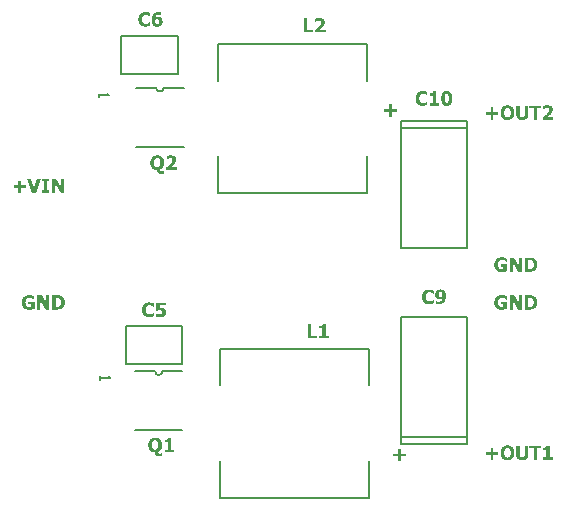
<source format=gto>
G04*
G04 #@! TF.GenerationSoftware,Altium Limited,Altium Designer,22.5.1 (42)*
G04*
G04 Layer_Color=65535*
%FSLAX44Y44*%
%MOMM*%
G71*
G04*
G04 #@! TF.SameCoordinates,E804C49B-AF08-44B7-9E18-E1C260B47F38*
G04*
G04*
G04 #@! TF.FilePolarity,Positive*
G04*
G01*
G75*
%ADD10C,0.2000*%
G36*
X344222Y396871D02*
X348351D01*
Y394741D01*
X344222D01*
Y390612D01*
X342129D01*
Y394741D01*
X338000D01*
Y396871D01*
X342129D01*
Y401000D01*
X344222D01*
Y396871D01*
D02*
G37*
G36*
X351871Y105259D02*
X356000D01*
Y103129D01*
X351871D01*
Y99000D01*
X349778D01*
Y103129D01*
X345649D01*
Y105259D01*
X349778D01*
Y109388D01*
X351871D01*
Y105259D01*
D02*
G37*
G36*
X459782Y392308D02*
Y392289D01*
Y392215D01*
Y392104D01*
X459764Y391937D01*
X459745Y391752D01*
X459708Y391548D01*
X459671Y391308D01*
X459616Y391048D01*
X459560Y390771D01*
X459467Y390493D01*
X459375Y390215D01*
X459245Y389919D01*
X459097Y389641D01*
X458930Y389382D01*
X458727Y389123D01*
X458504Y388882D01*
X458486Y388863D01*
X458449Y388826D01*
X458375Y388771D01*
X458264Y388697D01*
X458134Y388604D01*
X457968Y388512D01*
X457782Y388401D01*
X457560Y388289D01*
X457301Y388178D01*
X457023Y388067D01*
X456708Y387975D01*
X456375Y387882D01*
X456005Y387808D01*
X455616Y387752D01*
X455190Y387715D01*
X454727Y387697D01*
X454486D01*
X454320Y387715D01*
X454116Y387734D01*
X453894Y387752D01*
X453635Y387789D01*
X453357Y387845D01*
X452746Y387975D01*
X452431Y388086D01*
X452135Y388197D01*
X451820Y388326D01*
X451524Y388475D01*
X451246Y388660D01*
X450987Y388863D01*
X450968Y388882D01*
X450931Y388919D01*
X450876Y388993D01*
X450783Y389086D01*
X450690Y389197D01*
X450579Y389345D01*
X450468Y389530D01*
X450339Y389734D01*
X450228Y389956D01*
X450098Y390215D01*
X449987Y390493D01*
X449894Y390808D01*
X449802Y391141D01*
X449746Y391493D01*
X449709Y391882D01*
X449691Y392289D01*
Y400010D01*
X452709D01*
Y392474D01*
Y392456D01*
Y392419D01*
Y392363D01*
Y392271D01*
X452727Y392048D01*
X452764Y391771D01*
X452820Y391456D01*
X452912Y391160D01*
X453024Y390863D01*
X453172Y390604D01*
X453190Y390586D01*
X453264Y390512D01*
X453375Y390419D01*
X453542Y390308D01*
X453764Y390178D01*
X454024Y390086D01*
X454357Y390011D01*
X454727Y389993D01*
X454820D01*
X454894Y390011D01*
X455079Y390030D01*
X455301Y390067D01*
X455560Y390141D01*
X455820Y390234D01*
X456060Y390382D01*
X456264Y390567D01*
X456283Y390604D01*
X456338Y390678D01*
X456431Y390826D01*
X456523Y391030D01*
X456597Y391289D01*
X456690Y391623D01*
X456745Y392011D01*
X456764Y392474D01*
Y400010D01*
X459782D01*
Y392308D01*
D02*
G37*
G36*
X430156Y394307D02*
X434285D01*
Y392215D01*
X430156D01*
Y388086D01*
X428026D01*
Y392215D01*
X423897D01*
Y394307D01*
X428026D01*
Y398437D01*
X430156D01*
Y394307D01*
D02*
G37*
G36*
X476540Y400214D02*
X476725Y400196D01*
X476929Y400177D01*
X477151Y400159D01*
X477410Y400122D01*
X477929Y399992D01*
X478465Y399825D01*
X478743Y399714D01*
X478984Y399585D01*
X479225Y399436D01*
X479447Y399270D01*
X479465Y399251D01*
X479502Y399233D01*
X479558Y399177D01*
X479613Y399085D01*
X479706Y398992D01*
X479799Y398881D01*
X479891Y398733D01*
X480002Y398566D01*
X480113Y398400D01*
X480206Y398196D01*
X480299Y397974D01*
X480391Y397733D01*
X480447Y397474D01*
X480502Y397196D01*
X480539Y396900D01*
X480558Y396585D01*
Y396566D01*
Y396529D01*
Y396474D01*
Y396400D01*
X480539Y396307D01*
Y396196D01*
X480502Y395918D01*
X480428Y395603D01*
X480336Y395252D01*
X480206Y394881D01*
X480039Y394492D01*
Y394474D01*
X480021Y394455D01*
X479984Y394400D01*
X479947Y394307D01*
X479891Y394215D01*
X479817Y394104D01*
X479650Y393844D01*
X479410Y393511D01*
X479132Y393141D01*
X478780Y392733D01*
X478373Y392308D01*
X478336Y392271D01*
X478243Y392178D01*
X478114Y392048D01*
X477929Y391882D01*
X477706Y391678D01*
X477484Y391456D01*
X476966Y391011D01*
X476929Y390993D01*
X476855Y390919D01*
X476725Y390826D01*
X476577Y390715D01*
X476262Y390456D01*
X476095Y390326D01*
X475966Y390234D01*
X481076D01*
Y387956D01*
X472225D01*
Y389919D01*
X472244Y389937D01*
X472281Y389956D01*
X472336Y390011D01*
X472411Y390067D01*
X472633Y390234D01*
X472892Y390456D01*
X473207Y390715D01*
X473540Y390993D01*
X473892Y391289D01*
X474225Y391585D01*
X474244Y391604D01*
X474262Y391623D01*
X474373Y391715D01*
X474540Y391882D01*
X474762Y392067D01*
X475021Y392308D01*
X475281Y392567D01*
X475558Y392826D01*
X475818Y393104D01*
X475836Y393122D01*
X475855Y393141D01*
X475966Y393252D01*
X476114Y393437D01*
X476317Y393659D01*
X476521Y393900D01*
X476725Y394178D01*
X476929Y394455D01*
X477095Y394733D01*
X477114Y394770D01*
X477151Y394863D01*
X477225Y394992D01*
X477299Y395178D01*
X477373Y395400D01*
X477447Y395641D01*
X477484Y395900D01*
X477503Y396177D01*
Y396196D01*
Y396215D01*
Y396307D01*
X477484Y396474D01*
X477447Y396659D01*
X477373Y396863D01*
X477280Y397066D01*
X477151Y397270D01*
X476984Y397455D01*
X476966Y397474D01*
X476892Y397529D01*
X476780Y397603D01*
X476632Y397696D01*
X476429Y397770D01*
X476188Y397844D01*
X475910Y397900D01*
X475595Y397918D01*
X475429D01*
X475318Y397900D01*
X475188Y397881D01*
X475040Y397863D01*
X474725Y397789D01*
X474707D01*
X474651Y397770D01*
X474577Y397752D01*
X474466Y397714D01*
X474336Y397677D01*
X474207Y397622D01*
X473892Y397511D01*
X473873D01*
X473818Y397474D01*
X473744Y397437D01*
X473651Y397400D01*
X473429Y397270D01*
X473188Y397122D01*
X473170D01*
X473133Y397085D01*
X473022Y397011D01*
X472873Y396918D01*
X472744Y396844D01*
X472522D01*
Y399473D01*
X472540Y399492D01*
X472614Y399510D01*
X472744Y399566D01*
X472910Y399622D01*
X473133Y399696D01*
X473392Y399788D01*
X473725Y399881D01*
X474095Y399973D01*
X474114D01*
X474151Y399992D01*
X474207D01*
X474281Y400010D01*
X474373Y400029D01*
X474503Y400047D01*
X474762Y400103D01*
X475095Y400159D01*
X475447Y400196D01*
X475818Y400214D01*
X476188Y400233D01*
X476392D01*
X476540Y400214D01*
D02*
G37*
G36*
X470985Y397714D02*
X467430D01*
Y387956D01*
X464411D01*
Y397714D01*
X460856D01*
Y400010D01*
X470985D01*
Y397714D01*
D02*
G37*
G36*
X442488Y400251D02*
X442673D01*
X442914Y400214D01*
X443173Y400177D01*
X443469Y400122D01*
X443784Y400066D01*
X444117Y399973D01*
X444469Y399862D01*
X444821Y399714D01*
X445191Y399566D01*
X445543Y399362D01*
X445876Y399140D01*
X446209Y398881D01*
X446506Y398585D01*
X446524Y398566D01*
X446580Y398511D01*
X446654Y398418D01*
X446746Y398270D01*
X446876Y398103D01*
X447006Y397900D01*
X447154Y397659D01*
X447302Y397381D01*
X447432Y397066D01*
X447580Y396715D01*
X447709Y396344D01*
X447839Y395937D01*
X447932Y395492D01*
X448006Y395011D01*
X448061Y394511D01*
X448080Y393974D01*
Y393937D01*
Y393844D01*
X448061Y393696D01*
Y393493D01*
X448024Y393252D01*
X448006Y392956D01*
X447950Y392641D01*
X447876Y392308D01*
X447802Y391937D01*
X447691Y391567D01*
X447561Y391178D01*
X447413Y390789D01*
X447228Y390419D01*
X447024Y390048D01*
X446783Y389697D01*
X446506Y389363D01*
X446487Y389345D01*
X446432Y389289D01*
X446339Y389215D01*
X446228Y389104D01*
X446061Y388975D01*
X445876Y388845D01*
X445654Y388678D01*
X445395Y388530D01*
X445098Y388382D01*
X444784Y388234D01*
X444432Y388086D01*
X444043Y387956D01*
X443636Y387845D01*
X443191Y387771D01*
X442728Y387715D01*
X442229Y387697D01*
X442117D01*
X441969Y387715D01*
X441784D01*
X441543Y387752D01*
X441284Y387789D01*
X440988Y387845D01*
X440673Y387901D01*
X440321Y387993D01*
X439969Y388104D01*
X439618Y388252D01*
X439266Y388401D01*
X438914Y388604D01*
X438562Y388826D01*
X438229Y389086D01*
X437933Y389382D01*
X437914Y389400D01*
X437859Y389456D01*
X437785Y389567D01*
X437692Y389697D01*
X437581Y389863D01*
X437451Y390067D01*
X437303Y390326D01*
X437173Y390604D01*
X437025Y390900D01*
X436877Y391252D01*
X436748Y391623D01*
X436636Y392030D01*
X436544Y392474D01*
X436470Y392956D01*
X436414Y393456D01*
X436396Y393974D01*
Y394011D01*
Y394104D01*
X436414Y394252D01*
Y394455D01*
X436451Y394696D01*
X436470Y394992D01*
X436525Y395307D01*
X436581Y395641D01*
X436674Y395992D01*
X436766Y396381D01*
X436896Y396752D01*
X437044Y397140D01*
X437229Y397511D01*
X437433Y397881D01*
X437655Y398233D01*
X437933Y398566D01*
X437951Y398585D01*
X438007Y398640D01*
X438099Y398733D01*
X438210Y398825D01*
X438377Y398955D01*
X438562Y399103D01*
X438803Y399251D01*
X439062Y399418D01*
X439340Y399585D01*
X439673Y399733D01*
X440025Y399881D01*
X440395Y400010D01*
X440821Y400122D01*
X441266Y400196D01*
X441729Y400251D01*
X442229Y400270D01*
X442358D01*
X442488Y400251D01*
D02*
G37*
G36*
X459782Y104308D02*
Y104289D01*
Y104215D01*
Y104104D01*
X459764Y103937D01*
X459745Y103752D01*
X459708Y103548D01*
X459671Y103308D01*
X459616Y103048D01*
X459560Y102771D01*
X459467Y102493D01*
X459375Y102215D01*
X459245Y101919D01*
X459097Y101641D01*
X458930Y101382D01*
X458727Y101123D01*
X458504Y100882D01*
X458486Y100864D01*
X458449Y100826D01*
X458375Y100771D01*
X458264Y100697D01*
X458134Y100604D01*
X457968Y100512D01*
X457782Y100401D01*
X457560Y100289D01*
X457301Y100178D01*
X457023Y100067D01*
X456708Y99975D01*
X456375Y99882D01*
X456005Y99808D01*
X455616Y99753D01*
X455190Y99715D01*
X454727Y99697D01*
X454486D01*
X454320Y99715D01*
X454116Y99734D01*
X453894Y99753D01*
X453635Y99789D01*
X453357Y99845D01*
X452746Y99975D01*
X452431Y100086D01*
X452135Y100197D01*
X451820Y100326D01*
X451524Y100475D01*
X451246Y100660D01*
X450987Y100864D01*
X450968Y100882D01*
X450931Y100919D01*
X450876Y100993D01*
X450783Y101086D01*
X450690Y101197D01*
X450579Y101345D01*
X450468Y101530D01*
X450339Y101734D01*
X450228Y101956D01*
X450098Y102215D01*
X449987Y102493D01*
X449894Y102808D01*
X449802Y103141D01*
X449746Y103493D01*
X449709Y103882D01*
X449691Y104289D01*
Y112010D01*
X452709D01*
Y104474D01*
Y104456D01*
Y104419D01*
Y104363D01*
Y104270D01*
X452727Y104048D01*
X452764Y103771D01*
X452820Y103456D01*
X452912Y103160D01*
X453024Y102863D01*
X453172Y102604D01*
X453190Y102585D01*
X453264Y102512D01*
X453375Y102419D01*
X453542Y102308D01*
X453764Y102178D01*
X454024Y102086D01*
X454357Y102011D01*
X454727Y101993D01*
X454820D01*
X454894Y102011D01*
X455079Y102030D01*
X455301Y102067D01*
X455560Y102141D01*
X455820Y102234D01*
X456060Y102382D01*
X456264Y102567D01*
X456283Y102604D01*
X456338Y102678D01*
X456431Y102826D01*
X456523Y103030D01*
X456597Y103289D01*
X456690Y103622D01*
X456745Y104011D01*
X456764Y104474D01*
Y112010D01*
X459782D01*
Y104308D01*
D02*
G37*
G36*
X430156Y106307D02*
X434285D01*
Y104215D01*
X430156D01*
Y100086D01*
X428026D01*
Y104215D01*
X423897D01*
Y106307D01*
X428026D01*
Y110437D01*
X430156D01*
Y106307D01*
D02*
G37*
G36*
X478077Y102067D02*
X480558D01*
Y99956D01*
X472596D01*
Y102067D01*
X475132D01*
Y108418D01*
X472596D01*
Y110381D01*
X472948D01*
X473114Y110400D01*
X473299D01*
X473688Y110437D01*
X473707D01*
X473781Y110455D01*
X473873Y110474D01*
X474003Y110492D01*
X474299Y110566D01*
X474447Y110622D01*
X474577Y110677D01*
X474595Y110696D01*
X474632Y110714D01*
X474707Y110751D01*
X474799Y110825D01*
X474984Y110974D01*
X475169Y111196D01*
X475188Y111214D01*
X475206Y111251D01*
X475244Y111325D01*
X475281Y111418D01*
X475336Y111548D01*
X475373Y111696D01*
X475410Y111844D01*
X475429Y112029D01*
X478077D01*
Y102067D01*
D02*
G37*
G36*
X470985Y109714D02*
X467430D01*
Y99956D01*
X464411D01*
Y109714D01*
X460856D01*
Y112010D01*
X470985D01*
Y109714D01*
D02*
G37*
G36*
X442488Y112251D02*
X442673D01*
X442914Y112214D01*
X443173Y112177D01*
X443469Y112122D01*
X443784Y112066D01*
X444117Y111973D01*
X444469Y111862D01*
X444821Y111714D01*
X445191Y111566D01*
X445543Y111362D01*
X445876Y111140D01*
X446209Y110881D01*
X446506Y110585D01*
X446524Y110566D01*
X446580Y110511D01*
X446654Y110418D01*
X446746Y110270D01*
X446876Y110103D01*
X447006Y109900D01*
X447154Y109659D01*
X447302Y109381D01*
X447432Y109066D01*
X447580Y108715D01*
X447709Y108344D01*
X447839Y107937D01*
X447932Y107492D01*
X448006Y107011D01*
X448061Y106511D01*
X448080Y105974D01*
Y105937D01*
Y105844D01*
X448061Y105696D01*
Y105493D01*
X448024Y105252D01*
X448006Y104956D01*
X447950Y104641D01*
X447876Y104308D01*
X447802Y103937D01*
X447691Y103567D01*
X447561Y103178D01*
X447413Y102789D01*
X447228Y102419D01*
X447024Y102049D01*
X446783Y101697D01*
X446506Y101363D01*
X446487Y101345D01*
X446432Y101289D01*
X446339Y101215D01*
X446228Y101104D01*
X446061Y100975D01*
X445876Y100845D01*
X445654Y100678D01*
X445395Y100530D01*
X445098Y100382D01*
X444784Y100234D01*
X444432Y100086D01*
X444043Y99956D01*
X443636Y99845D01*
X443191Y99771D01*
X442728Y99715D01*
X442229Y99697D01*
X442117D01*
X441969Y99715D01*
X441784D01*
X441543Y99753D01*
X441284Y99789D01*
X440988Y99845D01*
X440673Y99901D01*
X440321Y99993D01*
X439969Y100104D01*
X439618Y100252D01*
X439266Y100401D01*
X438914Y100604D01*
X438562Y100826D01*
X438229Y101086D01*
X437933Y101382D01*
X437914Y101400D01*
X437859Y101456D01*
X437785Y101567D01*
X437692Y101697D01*
X437581Y101863D01*
X437451Y102067D01*
X437303Y102326D01*
X437173Y102604D01*
X437025Y102900D01*
X436877Y103252D01*
X436748Y103622D01*
X436636Y104030D01*
X436544Y104474D01*
X436470Y104956D01*
X436414Y105456D01*
X436396Y105974D01*
Y106011D01*
Y106104D01*
X436414Y106252D01*
Y106455D01*
X436451Y106696D01*
X436470Y106993D01*
X436525Y107307D01*
X436581Y107641D01*
X436674Y107992D01*
X436766Y108381D01*
X436896Y108751D01*
X437044Y109140D01*
X437229Y109511D01*
X437433Y109881D01*
X437655Y110233D01*
X437933Y110566D01*
X437951Y110585D01*
X438007Y110640D01*
X438099Y110733D01*
X438210Y110825D01*
X438377Y110955D01*
X438562Y111103D01*
X438803Y111251D01*
X439062Y111418D01*
X439340Y111585D01*
X439673Y111733D01*
X440025Y111881D01*
X440395Y112010D01*
X440821Y112122D01*
X441266Y112196D01*
X441729Y112251D01*
X442229Y112270D01*
X442358D01*
X442488Y112251D01*
D02*
G37*
G36*
X437833Y271517D02*
X438166Y271499D01*
X438573Y271462D01*
X438981Y271406D01*
X439388Y271332D01*
X439758Y271239D01*
X439777D01*
X439795Y271221D01*
X439851Y271203D01*
X439925Y271184D01*
X440110Y271128D01*
X440351Y271036D01*
X440647Y270925D01*
X440980Y270795D01*
X441351Y270647D01*
X441721Y270462D01*
Y267647D01*
X441425D01*
X441406Y267684D01*
X441351Y267721D01*
X441277Y267777D01*
X441184Y267832D01*
X441091Y267906D01*
X440814Y268110D01*
X440795Y268129D01*
X440740Y268166D01*
X440666Y268221D01*
X440555Y268295D01*
X440314Y268462D01*
X440018Y268647D01*
X439999Y268666D01*
X439944Y268684D01*
X439832Y268740D01*
X439721Y268795D01*
X439555Y268869D01*
X439370Y268943D01*
X439184Y269018D01*
X438962Y269092D01*
X438944D01*
X438851Y269129D01*
X438740Y269147D01*
X438592Y269184D01*
X438388Y269221D01*
X438184Y269240D01*
X437944Y269277D01*
X437573D01*
X437425Y269258D01*
X437240Y269240D01*
X437018Y269221D01*
X436777Y269166D01*
X436518Y269110D01*
X436277Y269018D01*
X436259Y268999D01*
X436166Y268981D01*
X436055Y268906D01*
X435907Y268832D01*
X435722Y268740D01*
X435536Y268610D01*
X435333Y268462D01*
X435148Y268277D01*
X435129Y268258D01*
X435074Y268184D01*
X434981Y268092D01*
X434888Y267943D01*
X434759Y267758D01*
X434648Y267555D01*
X434518Y267314D01*
X434407Y267036D01*
X434389Y266999D01*
X434370Y266907D01*
X434314Y266758D01*
X434277Y266536D01*
X434222Y266296D01*
X434166Y265999D01*
X434148Y265666D01*
X434129Y265314D01*
Y265296D01*
Y265222D01*
Y265110D01*
X434148Y264962D01*
X434166Y264796D01*
X434185Y264592D01*
X434222Y264370D01*
X434259Y264129D01*
X434389Y263629D01*
X434481Y263370D01*
X434574Y263111D01*
X434703Y262870D01*
X434833Y262629D01*
X435000Y262407D01*
X435185Y262203D01*
X435203Y262185D01*
X435240Y262166D01*
X435296Y262111D01*
X435370Y262055D01*
X435481Y261981D01*
X435611Y261889D01*
X435777Y261796D01*
X435944Y261703D01*
X436129Y261611D01*
X436351Y261518D01*
X436592Y261444D01*
X436851Y261352D01*
X437129Y261296D01*
X437425Y261241D01*
X437740Y261222D01*
X438073Y261203D01*
X438721D01*
X438851Y261222D01*
Y263592D01*
X436499D01*
Y265870D01*
X441777D01*
Y259926D01*
X441740Y259907D01*
X441628Y259870D01*
X441462Y259815D01*
X441221Y259722D01*
X440925Y259630D01*
X440573Y259537D01*
X440166Y259407D01*
X439703Y259296D01*
X439684D01*
X439647Y259278D01*
X439573D01*
X439481Y259259D01*
X439370Y259222D01*
X439240Y259204D01*
X438925Y259148D01*
X438536Y259093D01*
X438110Y259056D01*
X437666Y259018D01*
X437203Y259000D01*
X437073D01*
X436925Y259018D01*
X436740D01*
X436499Y259056D01*
X436222Y259093D01*
X435907Y259130D01*
X435574Y259204D01*
X435222Y259296D01*
X434851Y259407D01*
X434481Y259537D01*
X434111Y259685D01*
X433722Y259870D01*
X433370Y260093D01*
X433018Y260352D01*
X432685Y260630D01*
X432667Y260648D01*
X432611Y260704D01*
X432537Y260796D01*
X432426Y260926D01*
X432296Y261111D01*
X432148Y261315D01*
X432000Y261555D01*
X431852Y261833D01*
X431685Y262148D01*
X431537Y262481D01*
X431389Y262870D01*
X431259Y263277D01*
X431148Y263740D01*
X431074Y264222D01*
X431018Y264740D01*
X431000Y265277D01*
Y265314D01*
Y265407D01*
X431018Y265555D01*
Y265740D01*
X431055Y265981D01*
X431093Y266259D01*
X431148Y266573D01*
X431204Y266907D01*
X431296Y267258D01*
X431407Y267629D01*
X431555Y267999D01*
X431704Y268388D01*
X431907Y268758D01*
X432130Y269129D01*
X432389Y269480D01*
X432685Y269814D01*
X432704Y269832D01*
X432759Y269888D01*
X432852Y269980D01*
X433000Y270091D01*
X433166Y270221D01*
X433370Y270351D01*
X433611Y270517D01*
X433889Y270684D01*
X434203Y270832D01*
X434555Y270999D01*
X434925Y271128D01*
X435333Y271276D01*
X435777Y271369D01*
X436259Y271462D01*
X436759Y271517D01*
X437296Y271536D01*
X437685D01*
X437833Y271517D01*
D02*
G37*
G36*
X454386Y259259D02*
X451479D01*
X446813Y267647D01*
Y259259D01*
X444054D01*
Y271314D01*
X447757D01*
X451628Y264407D01*
Y271314D01*
X454386D01*
Y259259D01*
D02*
G37*
G36*
X461349Y271295D02*
X461701Y271276D01*
X462108Y271239D01*
X462515Y271203D01*
X462941Y271147D01*
X462997D01*
X463052Y271128D01*
X463126Y271110D01*
X463237Y271091D01*
X463349Y271054D01*
X463626Y270980D01*
X463941Y270888D01*
X464293Y270739D01*
X464663Y270573D01*
X465033Y270351D01*
X465052D01*
X465089Y270314D01*
X465145Y270277D01*
X465237Y270221D01*
X465441Y270036D01*
X465719Y269814D01*
X466015Y269517D01*
X466330Y269166D01*
X466626Y268758D01*
X466904Y268295D01*
Y268277D01*
X466941Y268240D01*
X466978Y268166D01*
X467015Y268073D01*
X467070Y267943D01*
X467126Y267795D01*
X467181Y267629D01*
X467256Y267444D01*
X467329Y267221D01*
X467385Y266999D01*
X467496Y266481D01*
X467570Y265888D01*
X467607Y265259D01*
Y265240D01*
Y265185D01*
Y265092D01*
X467589Y264981D01*
Y264833D01*
X467570Y264648D01*
X467552Y264462D01*
X467515Y264259D01*
X467422Y263777D01*
X467293Y263277D01*
X467107Y262759D01*
X466867Y262240D01*
Y262222D01*
X466830Y262185D01*
X466793Y262111D01*
X466737Y262018D01*
X466663Y261907D01*
X466570Y261796D01*
X466348Y261500D01*
X466089Y261166D01*
X465774Y260833D01*
X465404Y260500D01*
X464996Y260204D01*
X464978D01*
X464959Y260185D01*
X464904Y260148D01*
X464830Y260111D01*
X464645Y260000D01*
X464385Y259870D01*
X464089Y259741D01*
X463737Y259611D01*
X463349Y259500D01*
X462941Y259426D01*
X462886D01*
X462830Y259407D01*
X462756D01*
X462645Y259389D01*
X462534Y259370D01*
X462238Y259352D01*
X461886Y259315D01*
X461497Y259278D01*
X461052Y259259D01*
X456831D01*
Y271314D01*
X461034D01*
X461349Y271295D01*
D02*
G37*
G36*
X437833Y239517D02*
X438166Y239499D01*
X438573Y239462D01*
X438981Y239406D01*
X439388Y239332D01*
X439758Y239240D01*
X439777D01*
X439795Y239221D01*
X439851Y239202D01*
X439925Y239184D01*
X440110Y239128D01*
X440351Y239036D01*
X440647Y238925D01*
X440980Y238795D01*
X441351Y238647D01*
X441721Y238462D01*
Y235647D01*
X441425D01*
X441406Y235684D01*
X441351Y235721D01*
X441277Y235777D01*
X441184Y235832D01*
X441091Y235907D01*
X440814Y236110D01*
X440795Y236129D01*
X440740Y236166D01*
X440666Y236221D01*
X440555Y236295D01*
X440314Y236462D01*
X440018Y236647D01*
X439999Y236666D01*
X439944Y236684D01*
X439832Y236740D01*
X439721Y236795D01*
X439555Y236869D01*
X439370Y236943D01*
X439184Y237017D01*
X438962Y237092D01*
X438944D01*
X438851Y237129D01*
X438740Y237147D01*
X438592Y237184D01*
X438388Y237221D01*
X438184Y237240D01*
X437944Y237277D01*
X437573D01*
X437425Y237258D01*
X437240Y237240D01*
X437018Y237221D01*
X436777Y237166D01*
X436518Y237110D01*
X436277Y237017D01*
X436259Y236999D01*
X436166Y236980D01*
X436055Y236906D01*
X435907Y236832D01*
X435722Y236740D01*
X435536Y236610D01*
X435333Y236462D01*
X435148Y236277D01*
X435129Y236258D01*
X435074Y236184D01*
X434981Y236092D01*
X434888Y235944D01*
X434759Y235758D01*
X434648Y235555D01*
X434518Y235314D01*
X434407Y235036D01*
X434389Y234999D01*
X434370Y234907D01*
X434314Y234758D01*
X434277Y234536D01*
X434222Y234296D01*
X434166Y233999D01*
X434148Y233666D01*
X434129Y233314D01*
Y233296D01*
Y233222D01*
Y233111D01*
X434148Y232962D01*
X434166Y232796D01*
X434185Y232592D01*
X434222Y232370D01*
X434259Y232129D01*
X434389Y231629D01*
X434481Y231370D01*
X434574Y231111D01*
X434703Y230870D01*
X434833Y230629D01*
X435000Y230407D01*
X435185Y230203D01*
X435203Y230185D01*
X435240Y230166D01*
X435296Y230111D01*
X435370Y230055D01*
X435481Y229981D01*
X435611Y229889D01*
X435777Y229796D01*
X435944Y229703D01*
X436129Y229611D01*
X436351Y229518D01*
X436592Y229444D01*
X436851Y229352D01*
X437129Y229296D01*
X437425Y229240D01*
X437740Y229222D01*
X438073Y229203D01*
X438721D01*
X438851Y229222D01*
Y231592D01*
X436499D01*
Y233870D01*
X441777D01*
Y227926D01*
X441740Y227907D01*
X441628Y227870D01*
X441462Y227815D01*
X441221Y227722D01*
X440925Y227630D01*
X440573Y227537D01*
X440166Y227407D01*
X439703Y227296D01*
X439684D01*
X439647Y227278D01*
X439573D01*
X439481Y227259D01*
X439370Y227222D01*
X439240Y227204D01*
X438925Y227148D01*
X438536Y227093D01*
X438110Y227056D01*
X437666Y227019D01*
X437203Y227000D01*
X437073D01*
X436925Y227019D01*
X436740D01*
X436499Y227056D01*
X436222Y227093D01*
X435907Y227130D01*
X435574Y227204D01*
X435222Y227296D01*
X434851Y227407D01*
X434481Y227537D01*
X434111Y227685D01*
X433722Y227870D01*
X433370Y228092D01*
X433018Y228352D01*
X432685Y228629D01*
X432667Y228648D01*
X432611Y228703D01*
X432537Y228796D01*
X432426Y228926D01*
X432296Y229111D01*
X432148Y229315D01*
X432000Y229555D01*
X431852Y229833D01*
X431685Y230148D01*
X431537Y230481D01*
X431389Y230870D01*
X431259Y231277D01*
X431148Y231740D01*
X431074Y232222D01*
X431018Y232740D01*
X431000Y233277D01*
Y233314D01*
Y233407D01*
X431018Y233555D01*
Y233740D01*
X431055Y233981D01*
X431093Y234258D01*
X431148Y234573D01*
X431204Y234907D01*
X431296Y235258D01*
X431407Y235629D01*
X431555Y235999D01*
X431704Y236388D01*
X431907Y236758D01*
X432130Y237129D01*
X432389Y237480D01*
X432685Y237814D01*
X432704Y237832D01*
X432759Y237888D01*
X432852Y237980D01*
X433000Y238091D01*
X433166Y238221D01*
X433370Y238351D01*
X433611Y238517D01*
X433889Y238684D01*
X434203Y238832D01*
X434555Y238999D01*
X434925Y239128D01*
X435333Y239277D01*
X435777Y239369D01*
X436259Y239462D01*
X436759Y239517D01*
X437296Y239536D01*
X437685D01*
X437833Y239517D01*
D02*
G37*
G36*
X454386Y227259D02*
X451479D01*
X446813Y235647D01*
Y227259D01*
X444054D01*
Y239314D01*
X447757D01*
X451628Y232407D01*
Y239314D01*
X454386D01*
Y227259D01*
D02*
G37*
G36*
X461349Y239295D02*
X461701Y239277D01*
X462108Y239240D01*
X462515Y239202D01*
X462941Y239147D01*
X462997D01*
X463052Y239128D01*
X463126Y239110D01*
X463237Y239091D01*
X463349Y239054D01*
X463626Y238980D01*
X463941Y238888D01*
X464293Y238739D01*
X464663Y238573D01*
X465033Y238351D01*
X465052D01*
X465089Y238314D01*
X465145Y238277D01*
X465237Y238221D01*
X465441Y238036D01*
X465719Y237814D01*
X466015Y237517D01*
X466330Y237166D01*
X466626Y236758D01*
X466904Y236295D01*
Y236277D01*
X466941Y236240D01*
X466978Y236166D01*
X467015Y236073D01*
X467070Y235944D01*
X467126Y235795D01*
X467181Y235629D01*
X467256Y235444D01*
X467329Y235221D01*
X467385Y234999D01*
X467496Y234481D01*
X467570Y233888D01*
X467607Y233259D01*
Y233240D01*
Y233185D01*
Y233092D01*
X467589Y232981D01*
Y232833D01*
X467570Y232648D01*
X467552Y232462D01*
X467515Y232259D01*
X467422Y231777D01*
X467293Y231277D01*
X467107Y230759D01*
X466867Y230240D01*
Y230222D01*
X466830Y230185D01*
X466793Y230111D01*
X466737Y230018D01*
X466663Y229907D01*
X466570Y229796D01*
X466348Y229500D01*
X466089Y229166D01*
X465774Y228833D01*
X465404Y228500D01*
X464996Y228204D01*
X464978D01*
X464959Y228185D01*
X464904Y228148D01*
X464830Y228111D01*
X464645Y228000D01*
X464385Y227870D01*
X464089Y227741D01*
X463737Y227611D01*
X463349Y227500D01*
X462941Y227426D01*
X462886D01*
X462830Y227407D01*
X462756D01*
X462645Y227389D01*
X462534Y227370D01*
X462238Y227352D01*
X461886Y227315D01*
X461497Y227278D01*
X461052Y227259D01*
X456831D01*
Y239314D01*
X461034D01*
X461349Y239295D01*
D02*
G37*
G36*
X37833Y239517D02*
X38166Y239499D01*
X38573Y239462D01*
X38981Y239406D01*
X39388Y239332D01*
X39758Y239240D01*
X39777D01*
X39795Y239221D01*
X39851Y239202D01*
X39925Y239184D01*
X40110Y239128D01*
X40351Y239036D01*
X40647Y238925D01*
X40980Y238795D01*
X41351Y238647D01*
X41721Y238462D01*
Y235647D01*
X41425D01*
X41406Y235684D01*
X41351Y235721D01*
X41277Y235777D01*
X41184Y235832D01*
X41091Y235907D01*
X40814Y236110D01*
X40795Y236129D01*
X40740Y236166D01*
X40666Y236221D01*
X40555Y236295D01*
X40314Y236462D01*
X40018Y236647D01*
X39999Y236666D01*
X39943Y236684D01*
X39832Y236740D01*
X39721Y236795D01*
X39555Y236869D01*
X39369Y236943D01*
X39184Y237017D01*
X38962Y237092D01*
X38944D01*
X38851Y237129D01*
X38740Y237147D01*
X38592Y237184D01*
X38388Y237221D01*
X38184Y237240D01*
X37944Y237277D01*
X37573D01*
X37425Y237258D01*
X37240Y237240D01*
X37018Y237221D01*
X36777Y237166D01*
X36518Y237110D01*
X36277Y237017D01*
X36259Y236999D01*
X36166Y236980D01*
X36055Y236906D01*
X35907Y236832D01*
X35722Y236740D01*
X35537Y236610D01*
X35333Y236462D01*
X35148Y236277D01*
X35129Y236258D01*
X35074Y236184D01*
X34981Y236092D01*
X34889Y235944D01*
X34759Y235758D01*
X34648Y235555D01*
X34518Y235314D01*
X34407Y235036D01*
X34388Y234999D01*
X34370Y234907D01*
X34314Y234758D01*
X34277Y234536D01*
X34222Y234296D01*
X34166Y233999D01*
X34148Y233666D01*
X34129Y233314D01*
Y233296D01*
Y233222D01*
Y233111D01*
X34148Y232962D01*
X34166Y232796D01*
X34185Y232592D01*
X34222Y232370D01*
X34259Y232129D01*
X34388Y231629D01*
X34481Y231370D01*
X34574Y231111D01*
X34703Y230870D01*
X34833Y230629D01*
X35000Y230407D01*
X35185Y230203D01*
X35203Y230185D01*
X35240Y230166D01*
X35296Y230111D01*
X35370Y230055D01*
X35481Y229981D01*
X35611Y229889D01*
X35777Y229796D01*
X35944Y229703D01*
X36129Y229611D01*
X36351Y229518D01*
X36592Y229444D01*
X36851Y229352D01*
X37129Y229296D01*
X37425Y229240D01*
X37740Y229222D01*
X38073Y229203D01*
X38721D01*
X38851Y229222D01*
Y231592D01*
X36499D01*
Y233870D01*
X41777D01*
Y227926D01*
X41740Y227907D01*
X41628Y227870D01*
X41462Y227815D01*
X41221Y227722D01*
X40925Y227630D01*
X40573Y227537D01*
X40166Y227407D01*
X39703Y227296D01*
X39684D01*
X39647Y227278D01*
X39573D01*
X39481Y227259D01*
X39369Y227222D01*
X39240Y227204D01*
X38925Y227148D01*
X38536Y227093D01*
X38110Y227056D01*
X37666Y227019D01*
X37203Y227000D01*
X37073D01*
X36925Y227019D01*
X36740D01*
X36499Y227056D01*
X36222Y227093D01*
X35907Y227130D01*
X35574Y227204D01*
X35222Y227296D01*
X34851Y227407D01*
X34481Y227537D01*
X34111Y227685D01*
X33722Y227870D01*
X33370Y228092D01*
X33018Y228352D01*
X32685Y228629D01*
X32666Y228648D01*
X32611Y228703D01*
X32537Y228796D01*
X32426Y228926D01*
X32296Y229111D01*
X32148Y229315D01*
X32000Y229555D01*
X31852Y229833D01*
X31685Y230148D01*
X31537Y230481D01*
X31389Y230870D01*
X31259Y231277D01*
X31148Y231740D01*
X31074Y232222D01*
X31019Y232740D01*
X31000Y233277D01*
Y233314D01*
Y233407D01*
X31019Y233555D01*
Y233740D01*
X31056Y233981D01*
X31093Y234258D01*
X31148Y234573D01*
X31204Y234907D01*
X31296Y235258D01*
X31407Y235629D01*
X31556Y235999D01*
X31704Y236388D01*
X31907Y236758D01*
X32129Y237129D01*
X32389Y237480D01*
X32685Y237814D01*
X32703Y237832D01*
X32759Y237888D01*
X32852Y237980D01*
X33000Y238091D01*
X33166Y238221D01*
X33370Y238351D01*
X33611Y238517D01*
X33889Y238684D01*
X34203Y238832D01*
X34555Y238999D01*
X34925Y239128D01*
X35333Y239277D01*
X35777Y239369D01*
X36259Y239462D01*
X36759Y239517D01*
X37296Y239536D01*
X37685D01*
X37833Y239517D01*
D02*
G37*
G36*
X54387Y227259D02*
X51479D01*
X46813Y235647D01*
Y227259D01*
X44054D01*
Y239314D01*
X47758D01*
X51627Y232407D01*
Y239314D01*
X54387D01*
Y227259D01*
D02*
G37*
G36*
X61349Y239295D02*
X61701Y239277D01*
X62108Y239240D01*
X62515Y239202D01*
X62941Y239147D01*
X62997D01*
X63052Y239128D01*
X63126Y239110D01*
X63237Y239091D01*
X63348Y239054D01*
X63626Y238980D01*
X63941Y238888D01*
X64293Y238739D01*
X64663Y238573D01*
X65033Y238351D01*
X65052D01*
X65089Y238314D01*
X65145Y238277D01*
X65237Y238221D01*
X65441Y238036D01*
X65719Y237814D01*
X66015Y237517D01*
X66330Y237166D01*
X66626Y236758D01*
X66904Y236295D01*
Y236277D01*
X66941Y236240D01*
X66978Y236166D01*
X67015Y236073D01*
X67070Y235944D01*
X67126Y235795D01*
X67181Y235629D01*
X67256Y235444D01*
X67330Y235221D01*
X67385Y234999D01*
X67496Y234481D01*
X67570Y233888D01*
X67607Y233259D01*
Y233240D01*
Y233185D01*
Y233092D01*
X67589Y232981D01*
Y232833D01*
X67570Y232648D01*
X67552Y232462D01*
X67515Y232259D01*
X67422Y231777D01*
X67292Y231277D01*
X67107Y230759D01*
X66867Y230240D01*
Y230222D01*
X66830Y230185D01*
X66793Y230111D01*
X66737Y230018D01*
X66663Y229907D01*
X66570Y229796D01*
X66348Y229500D01*
X66089Y229166D01*
X65774Y228833D01*
X65404Y228500D01*
X64997Y228204D01*
X64978D01*
X64959Y228185D01*
X64904Y228148D01*
X64830Y228111D01*
X64645Y228000D01*
X64385Y227870D01*
X64089Y227741D01*
X63737Y227611D01*
X63348Y227500D01*
X62941Y227426D01*
X62886D01*
X62830Y227407D01*
X62756D01*
X62645Y227389D01*
X62534Y227370D01*
X62238Y227352D01*
X61886Y227315D01*
X61497Y227278D01*
X61052Y227259D01*
X56831D01*
Y239314D01*
X61034D01*
X61349Y239295D01*
D02*
G37*
G36*
X66736Y326000D02*
X63829D01*
X59163Y334388D01*
Y326000D01*
X56404D01*
Y338054D01*
X60107D01*
X63977Y331148D01*
Y338054D01*
X66736D01*
Y326000D01*
D02*
G37*
G36*
X43128D02*
X39961D01*
X35832Y338054D01*
X38961D01*
X41591Y329851D01*
X44220Y338054D01*
X47275D01*
X43128Y326000D01*
D02*
G37*
G36*
X30259Y332351D02*
X34388D01*
Y330259D01*
X30259D01*
Y326130D01*
X28129D01*
Y330259D01*
X24000D01*
Y332351D01*
X28129D01*
Y336480D01*
X30259D01*
Y332351D01*
D02*
G37*
G36*
X54404Y335943D02*
X52664D01*
Y328111D01*
X54404D01*
Y326000D01*
X47905D01*
Y328111D01*
X49646D01*
Y335943D01*
X47905D01*
Y338054D01*
X54404D01*
Y335943D01*
D02*
G37*
G36*
X147610Y479249D02*
X147795D01*
X147999Y479231D01*
X148425Y479175D01*
X148444D01*
X148518Y479157D01*
X148629D01*
X148758Y479138D01*
X149018Y479101D01*
X149147Y479083D01*
X149240Y479064D01*
Y476694D01*
X148999D01*
X148981Y476713D01*
X148925Y476731D01*
X148851Y476750D01*
X148740Y476787D01*
X148629Y476824D01*
X148481Y476879D01*
X148314Y476916D01*
X148295D01*
X148221Y476935D01*
X148129Y476972D01*
X147999Y476990D01*
X147832Y477027D01*
X147647Y477046D01*
X147425Y477064D01*
X147073D01*
X146981Y477046D01*
X146851D01*
X146721Y477027D01*
X146407Y476972D01*
X146055Y476879D01*
X145685Y476750D01*
X145333Y476564D01*
X145018Y476305D01*
X144981Y476268D01*
X144888Y476176D01*
X144777Y475990D01*
X144611Y475768D01*
X144462Y475453D01*
X144296Y475102D01*
X144166Y474676D01*
X144074Y474176D01*
X144092Y474194D01*
X144185Y474231D01*
X144296Y474305D01*
X144444Y474398D01*
X144629Y474491D01*
X144833Y474583D01*
X145277Y474768D01*
X145314Y474787D01*
X145388Y474805D01*
X145518Y474842D01*
X145685Y474898D01*
X145888Y474935D01*
X146129Y474972D01*
X146388Y474991D01*
X146666Y475009D01*
X146907D01*
X147055Y474991D01*
X147240Y474972D01*
X147444Y474935D01*
X147870Y474824D01*
X147888D01*
X147962Y474787D01*
X148073Y474750D01*
X148221Y474694D01*
X148370Y474620D01*
X148536Y474546D01*
X148888Y474324D01*
X148925Y474305D01*
X148999Y474231D01*
X149110Y474139D01*
X149258Y473991D01*
X149406Y473806D01*
X149573Y473583D01*
X149740Y473343D01*
X149888Y473065D01*
X149906Y473028D01*
X149943Y472917D01*
X149999Y472750D01*
X150073Y472528D01*
X150147Y472232D01*
X150203Y471898D01*
X150240Y471509D01*
X150258Y471083D01*
Y471065D01*
Y470991D01*
Y470898D01*
X150240Y470769D01*
X150221Y470602D01*
X150203Y470417D01*
X150166Y470213D01*
X150110Y469972D01*
X149962Y469491D01*
X149869Y469213D01*
X149740Y468954D01*
X149610Y468695D01*
X149444Y468436D01*
X149258Y468195D01*
X149036Y467954D01*
X149018Y467936D01*
X148981Y467899D01*
X148906Y467843D01*
X148814Y467769D01*
X148703Y467677D01*
X148555Y467565D01*
X148370Y467454D01*
X148166Y467343D01*
X147944Y467232D01*
X147703Y467121D01*
X147425Y467010D01*
X147147Y466917D01*
X146814Y466843D01*
X146481Y466788D01*
X146129Y466751D01*
X145740Y466732D01*
X145555D01*
X145370Y466751D01*
X145111Y466769D01*
X144814Y466806D01*
X144500Y466862D01*
X144166Y466936D01*
X143851Y467028D01*
X143814Y467047D01*
X143722Y467084D01*
X143555Y467158D01*
X143370Y467251D01*
X143148Y467380D01*
X142926Y467528D01*
X142685Y467714D01*
X142463Y467917D01*
X142426Y467954D01*
X142352Y468047D01*
X142222Y468195D01*
X142074Y468399D01*
X141907Y468658D01*
X141722Y468973D01*
X141555Y469324D01*
X141407Y469713D01*
Y469732D01*
X141389Y469769D01*
X141370Y469824D01*
X141352Y469917D01*
X141333Y470010D01*
X141296Y470139D01*
X141259Y470287D01*
X141241Y470454D01*
X141166Y470843D01*
X141111Y471287D01*
X141074Y471787D01*
X141055Y472343D01*
Y472361D01*
Y472417D01*
Y472491D01*
Y472620D01*
X141074Y472750D01*
Y472917D01*
X141093Y473102D01*
Y473287D01*
X141130Y473731D01*
X141204Y474194D01*
X141278Y474694D01*
X141389Y475157D01*
Y475176D01*
X141407Y475213D01*
X141426Y475287D01*
X141463Y475361D01*
X141481Y475472D01*
X141537Y475602D01*
X141648Y475898D01*
X141815Y476231D01*
X142000Y476601D01*
X142222Y476972D01*
X142500Y477342D01*
Y477361D01*
X142537Y477379D01*
X142629Y477490D01*
X142796Y477657D01*
X143018Y477861D01*
X143277Y478083D01*
X143611Y478324D01*
X143981Y478546D01*
X144407Y478749D01*
X144425D01*
X144462Y478768D01*
X144537Y478805D01*
X144629Y478824D01*
X144740Y478879D01*
X144870Y478916D01*
X145036Y478953D01*
X145222Y479009D01*
X145407Y479064D01*
X145629Y479101D01*
X146110Y479194D01*
X146648Y479249D01*
X147240Y479268D01*
X147462D01*
X147610Y479249D01*
D02*
G37*
G36*
X136056D02*
X136260D01*
X136482Y479231D01*
X136926Y479175D01*
X136945D01*
X137019Y479157D01*
X137130Y479138D01*
X137278Y479120D01*
X137445Y479083D01*
X137630Y479046D01*
X138037Y478953D01*
X138056D01*
X138111Y478935D01*
X138185Y478898D01*
X138296Y478861D01*
X138426Y478824D01*
X138593Y478749D01*
X138926Y478620D01*
X138945D01*
X139000Y478583D01*
X139093Y478546D01*
X139204Y478490D01*
X139463Y478379D01*
X139722Y478250D01*
Y475398D01*
X139389D01*
X139370Y475435D01*
X139259Y475527D01*
X139074Y475657D01*
X138852Y475842D01*
X138834Y475861D01*
X138796Y475898D01*
X138722Y475935D01*
X138630Y476009D01*
X138519Y476083D01*
X138408Y476176D01*
X138111Y476361D01*
X138093Y476379D01*
X138037Y476398D01*
X137945Y476453D01*
X137834Y476509D01*
X137685Y476583D01*
X137537Y476657D01*
X137167Y476805D01*
X137148D01*
X137074Y476842D01*
X136982Y476861D01*
X136852Y476898D01*
X136685Y476935D01*
X136519Y476953D01*
X136130Y476990D01*
X136019D01*
X135889Y476972D01*
X135723D01*
X135538Y476935D01*
X135334Y476898D01*
X135130Y476842D01*
X134927Y476768D01*
X134908D01*
X134834Y476731D01*
X134723Y476676D01*
X134593Y476601D01*
X134445Y476509D01*
X134260Y476379D01*
X134075Y476231D01*
X133890Y476064D01*
X133871Y476046D01*
X133815Y475972D01*
X133723Y475879D01*
X133630Y475731D01*
X133501Y475565D01*
X133390Y475342D01*
X133260Y475102D01*
X133149Y474824D01*
X133130Y474787D01*
X133112Y474694D01*
X133056Y474528D01*
X133019Y474305D01*
X132964Y474028D01*
X132908Y473713D01*
X132890Y473361D01*
X132871Y472972D01*
Y472954D01*
Y472917D01*
Y472861D01*
Y472787D01*
X132890Y472583D01*
X132908Y472324D01*
X132945Y472028D01*
X133001Y471713D01*
X133075Y471398D01*
X133167Y471102D01*
X133186Y471065D01*
X133223Y470972D01*
X133279Y470843D01*
X133371Y470658D01*
X133482Y470472D01*
X133630Y470269D01*
X133778Y470065D01*
X133945Y469880D01*
X133964Y469861D01*
X134019Y469806D01*
X134130Y469732D01*
X134241Y469621D01*
X134408Y469510D01*
X134575Y469398D01*
X134778Y469306D01*
X134982Y469213D01*
X135000D01*
X135093Y469176D01*
X135204Y469158D01*
X135352Y469121D01*
X135519Y469084D01*
X135723Y469065D01*
X136149Y469028D01*
X136241D01*
X136371Y469047D01*
X136519D01*
X136685Y469065D01*
X136871Y469102D01*
X137278Y469213D01*
X137297Y469232D01*
X137371Y469250D01*
X137463Y469287D01*
X137593Y469343D01*
X137889Y469491D01*
X138185Y469658D01*
X138204Y469676D01*
X138259Y469695D01*
X138334Y469750D01*
X138426Y469806D01*
X138648Y469972D01*
X138889Y470158D01*
X138907Y470176D01*
X138945Y470195D01*
X139000Y470250D01*
X139074Y470306D01*
X139259Y470454D01*
X139445Y470621D01*
X139722D01*
Y467769D01*
X139704D01*
X139667Y467751D01*
X139593Y467714D01*
X139500Y467677D01*
X139389Y467621D01*
X139259Y467565D01*
X138945Y467417D01*
X138926D01*
X138870Y467380D01*
X138778Y467343D01*
X138667Y467306D01*
X138537Y467251D01*
X138389Y467195D01*
X138056Y467084D01*
X138037D01*
X137963Y467065D01*
X137852Y467028D01*
X137704Y466991D01*
X137537Y466954D01*
X137352Y466917D01*
X136982Y466843D01*
X136963D01*
X136889Y466825D01*
X136778Y466806D01*
X136630D01*
X136445Y466788D01*
X136204Y466769D01*
X135945Y466751D01*
X135519D01*
X135371Y466769D01*
X135186D01*
X134964Y466806D01*
X134686Y466843D01*
X134389Y466880D01*
X134075Y466954D01*
X133741Y467047D01*
X133390Y467158D01*
X133038Y467288D01*
X132686Y467436D01*
X132316Y467621D01*
X131982Y467843D01*
X131649Y468102D01*
X131334Y468380D01*
X131316Y468399D01*
X131260Y468454D01*
X131186Y468547D01*
X131094Y468676D01*
X130964Y468843D01*
X130834Y469047D01*
X130686Y469287D01*
X130538Y469565D01*
X130390Y469880D01*
X130242Y470213D01*
X130112Y470602D01*
X129983Y471009D01*
X129890Y471454D01*
X129816Y471935D01*
X129760Y472454D01*
X129742Y472991D01*
Y473028D01*
Y473120D01*
X129760Y473269D01*
Y473472D01*
X129797Y473713D01*
X129834Y473991D01*
X129871Y474305D01*
X129945Y474639D01*
X130020Y474991D01*
X130131Y475361D01*
X130260Y475750D01*
X130408Y476139D01*
X130594Y476509D01*
X130816Y476879D01*
X131056Y477231D01*
X131334Y477564D01*
X131353Y477583D01*
X131408Y477638D01*
X131501Y477731D01*
X131630Y477824D01*
X131779Y477953D01*
X131982Y478101D01*
X132205Y478250D01*
X132464Y478416D01*
X132760Y478583D01*
X133075Y478731D01*
X133445Y478879D01*
X133815Y479009D01*
X134223Y479120D01*
X134667Y479194D01*
X135130Y479249D01*
X135630Y479268D01*
X135889D01*
X136056Y479249D01*
D02*
G37*
G36*
X157610Y357814D02*
X157796Y357795D01*
X157999Y357777D01*
X158222Y357758D01*
X158481Y357721D01*
X158999Y357592D01*
X159536Y357425D01*
X159814Y357314D01*
X160055Y357184D01*
X160295Y357036D01*
X160518Y356870D01*
X160536Y356851D01*
X160573Y356833D01*
X160629Y356777D01*
X160684Y356684D01*
X160777Y356592D01*
X160869Y356481D01*
X160962Y356333D01*
X161073Y356166D01*
X161184Y355999D01*
X161277Y355796D01*
X161369Y355574D01*
X161462Y355333D01*
X161517Y355074D01*
X161573Y354796D01*
X161610Y354500D01*
X161628Y354185D01*
Y354166D01*
Y354129D01*
Y354074D01*
Y354000D01*
X161610Y353907D01*
Y353796D01*
X161573Y353518D01*
X161499Y353203D01*
X161406Y352852D01*
X161277Y352481D01*
X161110Y352092D01*
Y352074D01*
X161091Y352055D01*
X161054Y352000D01*
X161017Y351907D01*
X160962Y351815D01*
X160888Y351703D01*
X160721Y351444D01*
X160480Y351111D01*
X160203Y350741D01*
X159851Y350333D01*
X159444Y349907D01*
X159406Y349870D01*
X159314Y349778D01*
X159184Y349648D01*
X158999Y349482D01*
X158777Y349278D01*
X158555Y349056D01*
X158036Y348611D01*
X157999Y348593D01*
X157925Y348519D01*
X157796Y348426D01*
X157647Y348315D01*
X157333Y348056D01*
X157166Y347926D01*
X157036Y347834D01*
X162147D01*
Y345556D01*
X153296D01*
Y347519D01*
X153315Y347537D01*
X153352Y347556D01*
X153407Y347611D01*
X153481Y347667D01*
X153703Y347834D01*
X153963Y348056D01*
X154277Y348315D01*
X154611Y348593D01*
X154963Y348889D01*
X155296Y349185D01*
X155314Y349204D01*
X155333Y349222D01*
X155444Y349315D01*
X155611Y349482D01*
X155833Y349667D01*
X156092Y349907D01*
X156351Y350167D01*
X156629Y350426D01*
X156888Y350704D01*
X156907Y350722D01*
X156925Y350741D01*
X157036Y350852D01*
X157184Y351037D01*
X157388Y351259D01*
X157592Y351500D01*
X157796Y351778D01*
X157999Y352055D01*
X158166Y352333D01*
X158184Y352370D01*
X158222Y352463D01*
X158295Y352592D01*
X158370Y352777D01*
X158444Y353000D01*
X158518Y353240D01*
X158555Y353500D01*
X158573Y353777D01*
Y353796D01*
Y353814D01*
Y353907D01*
X158555Y354074D01*
X158518Y354259D01*
X158444Y354463D01*
X158351Y354666D01*
X158222Y354870D01*
X158055Y355055D01*
X158036Y355074D01*
X157962Y355129D01*
X157851Y355203D01*
X157703Y355296D01*
X157499Y355370D01*
X157259Y355444D01*
X156981Y355499D01*
X156666Y355518D01*
X156499D01*
X156388Y355499D01*
X156259Y355481D01*
X156111Y355462D01*
X155796Y355388D01*
X155777D01*
X155722Y355370D01*
X155648Y355351D01*
X155537Y355314D01*
X155407Y355277D01*
X155277Y355222D01*
X154963Y355111D01*
X154944D01*
X154888Y355074D01*
X154814Y355037D01*
X154722Y355000D01*
X154500Y354870D01*
X154259Y354722D01*
X154240D01*
X154203Y354685D01*
X154092Y354611D01*
X153944Y354518D01*
X153814Y354444D01*
X153592D01*
Y357073D01*
X153611Y357092D01*
X153685Y357110D01*
X153814Y357166D01*
X153981Y357221D01*
X154203Y357296D01*
X154463Y357388D01*
X154796Y357481D01*
X155166Y357573D01*
X155185D01*
X155222Y357592D01*
X155277D01*
X155351Y357610D01*
X155444Y357629D01*
X155574Y357647D01*
X155833Y357703D01*
X156166Y357758D01*
X156518Y357795D01*
X156888Y357814D01*
X157259Y357832D01*
X157462D01*
X157610Y357814D01*
D02*
G37*
G36*
X145945Y357851D02*
X146130D01*
X146371Y357814D01*
X146630Y357777D01*
X146926Y357721D01*
X147241Y357666D01*
X147574Y357573D01*
X147926Y357462D01*
X148278Y357314D01*
X148648Y357166D01*
X149000Y356962D01*
X149333Y356740D01*
X149667Y356481D01*
X149963Y356185D01*
X149982Y356166D01*
X150037Y356110D01*
X150111Y356018D01*
X150204Y355870D01*
X150333Y355703D01*
X150463Y355499D01*
X150611Y355259D01*
X150759Y354981D01*
X150889Y354666D01*
X151037Y354314D01*
X151167Y353944D01*
X151296Y353537D01*
X151389Y353092D01*
X151463Y352611D01*
X151518Y352111D01*
X151537Y351574D01*
Y351555D01*
Y351481D01*
Y351370D01*
X151518Y351222D01*
Y351037D01*
X151500Y350815D01*
X151463Y350574D01*
X151426Y350315D01*
X151315Y349741D01*
X151167Y349130D01*
X150944Y348500D01*
X150796Y348204D01*
X150648Y347908D01*
X150630Y347889D01*
X150611Y347834D01*
X150556Y347760D01*
X150482Y347667D01*
X150389Y347537D01*
X150278Y347389D01*
X150148Y347241D01*
X150000Y347074D01*
X149833Y346889D01*
X149648Y346704D01*
X149222Y346352D01*
X148722Y346019D01*
X148445Y345871D01*
X148148Y345741D01*
Y345723D01*
Y345704D01*
Y345593D01*
X148167Y345445D01*
X148204Y345260D01*
X148241Y345075D01*
X148297Y344871D01*
X148389Y344686D01*
X148519Y344538D01*
X148537Y344519D01*
X148593Y344482D01*
X148685Y344426D01*
X148834Y344371D01*
X149019Y344297D01*
X149241Y344241D01*
X149519Y344204D01*
X149852Y344186D01*
X150000D01*
X150093Y344204D01*
X150204D01*
X150333Y344241D01*
X150630Y344297D01*
X150648D01*
X150704Y344315D01*
X150759Y344334D01*
X150852Y344371D01*
X151037Y344426D01*
X151130Y344464D01*
X151204Y344501D01*
X151518D01*
Y342371D01*
X151500D01*
X151426Y342353D01*
X151333Y342334D01*
X151204Y342316D01*
X151056Y342279D01*
X150889Y342260D01*
X150519Y342205D01*
X150500D01*
X150426Y342186D01*
X150315D01*
X150148Y342168D01*
X149945Y342149D01*
X149667D01*
X149370Y342131D01*
X148834D01*
X148667Y342149D01*
X148445Y342168D01*
X148186Y342186D01*
X147908Y342242D01*
X147630Y342297D01*
X147371Y342371D01*
X147334Y342390D01*
X147260Y342408D01*
X147130Y342464D01*
X146982Y342556D01*
X146815Y342649D01*
X146630Y342760D01*
X146445Y342908D01*
X146260Y343056D01*
X146241Y343075D01*
X146186Y343130D01*
X146112Y343223D01*
X146019Y343353D01*
X145908Y343501D01*
X145797Y343667D01*
X145686Y343853D01*
X145593Y344075D01*
Y344093D01*
X145556Y344186D01*
X145519Y344297D01*
X145482Y344464D01*
X145445Y344649D01*
X145389Y344852D01*
X145371Y345093D01*
X145352Y345334D01*
X145315D01*
X145241Y345352D01*
X145112D01*
X144927Y345389D01*
X144704Y345408D01*
X144464Y345463D01*
X144186Y345519D01*
X143890Y345612D01*
X143575Y345704D01*
X143242Y345834D01*
X142908Y345963D01*
X142556Y346130D01*
X142223Y346334D01*
X141908Y346556D01*
X141594Y346815D01*
X141316Y347111D01*
X141297Y347130D01*
X141260Y347186D01*
X141186Y347278D01*
X141094Y347408D01*
X140983Y347574D01*
X140853Y347778D01*
X140723Y348019D01*
X140594Y348297D01*
X140445Y348593D01*
X140316Y348926D01*
X140186Y349296D01*
X140075Y349685D01*
X139983Y350111D01*
X139909Y350574D01*
X139872Y351055D01*
X139853Y351574D01*
Y351611D01*
Y351703D01*
X139872Y351852D01*
Y352055D01*
X139909Y352296D01*
X139927Y352592D01*
X139983Y352907D01*
X140038Y353240D01*
X140131Y353592D01*
X140223Y353981D01*
X140353Y354351D01*
X140501Y354740D01*
X140686Y355111D01*
X140890Y355481D01*
X141112Y355833D01*
X141390Y356166D01*
X141408Y356185D01*
X141464Y356240D01*
X141557Y356333D01*
X141668Y356425D01*
X141834Y356555D01*
X142020Y356703D01*
X142260Y356851D01*
X142519Y357018D01*
X142797Y357184D01*
X143130Y357333D01*
X143482Y357481D01*
X143853Y357610D01*
X144278Y357721D01*
X144723Y357795D01*
X145186Y357851D01*
X145686Y357870D01*
X145815D01*
X145945Y357851D01*
D02*
G37*
G36*
X157407Y108667D02*
X159888D01*
Y106556D01*
X151926D01*
Y108667D01*
X154462D01*
Y115018D01*
X151926D01*
Y116981D01*
X152277D01*
X152444Y116999D01*
X152629D01*
X153018Y117036D01*
X153037D01*
X153111Y117055D01*
X153203Y117073D01*
X153333Y117092D01*
X153629Y117166D01*
X153777Y117222D01*
X153907Y117277D01*
X153925Y117296D01*
X153962Y117314D01*
X154037Y117351D01*
X154129Y117425D01*
X154314Y117573D01*
X154499Y117796D01*
X154518Y117814D01*
X154537Y117851D01*
X154573Y117925D01*
X154611Y118018D01*
X154666Y118147D01*
X154703Y118295D01*
X154740Y118444D01*
X154759Y118629D01*
X157407D01*
Y108667D01*
D02*
G37*
G36*
X144204Y118851D02*
X144389D01*
X144630Y118814D01*
X144889Y118777D01*
X145186Y118721D01*
X145500Y118666D01*
X145834Y118573D01*
X146186Y118462D01*
X146537Y118314D01*
X146908Y118166D01*
X147259Y117962D01*
X147593Y117740D01*
X147926Y117481D01*
X148222Y117185D01*
X148241Y117166D01*
X148296Y117111D01*
X148370Y117018D01*
X148463Y116870D01*
X148593Y116703D01*
X148722Y116499D01*
X148870Y116259D01*
X149018Y115981D01*
X149148Y115666D01*
X149296Y115314D01*
X149426Y114944D01*
X149556Y114537D01*
X149648Y114092D01*
X149722Y113611D01*
X149778Y113111D01*
X149796Y112574D01*
Y112555D01*
Y112481D01*
Y112370D01*
X149778Y112222D01*
Y112037D01*
X149759Y111815D01*
X149722Y111574D01*
X149685Y111315D01*
X149574Y110741D01*
X149426Y110130D01*
X149204Y109500D01*
X149056Y109204D01*
X148907Y108908D01*
X148889Y108889D01*
X148870Y108834D01*
X148815Y108759D01*
X148741Y108667D01*
X148648Y108537D01*
X148537Y108389D01*
X148407Y108241D01*
X148259Y108074D01*
X148093Y107889D01*
X147907Y107704D01*
X147482Y107352D01*
X146982Y107019D01*
X146704Y106871D01*
X146408Y106741D01*
Y106723D01*
Y106704D01*
Y106593D01*
X146426Y106445D01*
X146463Y106260D01*
X146500Y106075D01*
X146556Y105871D01*
X146648Y105686D01*
X146778Y105538D01*
X146797Y105519D01*
X146852Y105482D01*
X146945Y105427D01*
X147093Y105371D01*
X147278Y105297D01*
X147500Y105241D01*
X147778Y105204D01*
X148111Y105186D01*
X148259D01*
X148352Y105204D01*
X148463D01*
X148593Y105241D01*
X148889Y105297D01*
X148907D01*
X148963Y105315D01*
X149018Y105334D01*
X149111Y105371D01*
X149296Y105427D01*
X149389Y105463D01*
X149463Y105501D01*
X149778D01*
Y103371D01*
X149759D01*
X149685Y103353D01*
X149593Y103334D01*
X149463Y103316D01*
X149315Y103279D01*
X149148Y103260D01*
X148778Y103204D01*
X148759D01*
X148685Y103186D01*
X148574D01*
X148407Y103167D01*
X148204Y103149D01*
X147926D01*
X147630Y103131D01*
X147093D01*
X146926Y103149D01*
X146704Y103167D01*
X146445Y103186D01*
X146167Y103242D01*
X145889Y103297D01*
X145630Y103371D01*
X145593Y103390D01*
X145519Y103408D01*
X145389Y103464D01*
X145241Y103556D01*
X145075Y103649D01*
X144889Y103760D01*
X144704Y103908D01*
X144519Y104056D01*
X144501Y104075D01*
X144445Y104130D01*
X144371Y104223D01*
X144278Y104353D01*
X144167Y104501D01*
X144056Y104667D01*
X143945Y104853D01*
X143852Y105075D01*
Y105093D01*
X143815Y105186D01*
X143778Y105297D01*
X143741Y105463D01*
X143704Y105649D01*
X143649Y105852D01*
X143630Y106093D01*
X143612Y106334D01*
X143575D01*
X143501Y106352D01*
X143371D01*
X143186Y106389D01*
X142964Y106408D01*
X142723Y106463D01*
X142445Y106519D01*
X142149Y106612D01*
X141834Y106704D01*
X141501Y106834D01*
X141167Y106963D01*
X140816Y107130D01*
X140482Y107334D01*
X140168Y107556D01*
X139853Y107815D01*
X139575Y108111D01*
X139557Y108130D01*
X139520Y108186D01*
X139445Y108278D01*
X139353Y108408D01*
X139242Y108574D01*
X139112Y108778D01*
X138982Y109019D01*
X138853Y109297D01*
X138705Y109593D01*
X138575Y109926D01*
X138446Y110296D01*
X138334Y110685D01*
X138242Y111111D01*
X138168Y111574D01*
X138131Y112056D01*
X138112Y112574D01*
Y112611D01*
Y112704D01*
X138131Y112852D01*
Y113055D01*
X138168Y113296D01*
X138186Y113592D01*
X138242Y113907D01*
X138297Y114240D01*
X138390Y114592D01*
X138483Y114981D01*
X138612Y115351D01*
X138760Y115740D01*
X138946Y116111D01*
X139149Y116481D01*
X139371Y116833D01*
X139649Y117166D01*
X139668Y117185D01*
X139723Y117240D01*
X139816Y117333D01*
X139927Y117425D01*
X140093Y117555D01*
X140279Y117703D01*
X140519Y117851D01*
X140779Y118018D01*
X141056Y118184D01*
X141390Y118333D01*
X141742Y118481D01*
X142112Y118610D01*
X142538Y118721D01*
X142982Y118795D01*
X143445Y118851D01*
X143945Y118870D01*
X144075D01*
X144204Y118851D01*
D02*
G37*
G36*
X283620Y474120D02*
X283805Y474101D01*
X284009Y474083D01*
X284231Y474064D01*
X284490Y474027D01*
X285009Y473898D01*
X285546Y473731D01*
X285823Y473620D01*
X286064Y473490D01*
X286305Y473342D01*
X286527Y473175D01*
X286546Y473157D01*
X286583Y473138D01*
X286638Y473083D01*
X286694Y472990D01*
X286786Y472898D01*
X286879Y472787D01*
X286971Y472638D01*
X287083Y472472D01*
X287194Y472305D01*
X287286Y472101D01*
X287379Y471879D01*
X287471Y471638D01*
X287527Y471379D01*
X287582Y471101D01*
X287619Y470805D01*
X287638Y470490D01*
Y470472D01*
Y470435D01*
Y470379D01*
Y470305D01*
X287619Y470213D01*
Y470102D01*
X287582Y469824D01*
X287508Y469509D01*
X287416Y469157D01*
X287286Y468787D01*
X287120Y468398D01*
Y468380D01*
X287101Y468361D01*
X287064Y468306D01*
X287027Y468213D01*
X286971Y468120D01*
X286897Y468009D01*
X286731Y467750D01*
X286490Y467417D01*
X286212Y467046D01*
X285860Y466639D01*
X285453Y466213D01*
X285416Y466176D01*
X285323Y466083D01*
X285194Y465954D01*
X285009Y465787D01*
X284786Y465584D01*
X284564Y465361D01*
X284046Y464917D01*
X284009Y464898D01*
X283935Y464824D01*
X283805Y464732D01*
X283657Y464621D01*
X283342Y464361D01*
X283176Y464232D01*
X283046Y464139D01*
X288157D01*
Y461862D01*
X279305D01*
Y463825D01*
X279324Y463843D01*
X279361Y463862D01*
X279417Y463917D01*
X279491Y463973D01*
X279713Y464139D01*
X279972Y464361D01*
X280287Y464621D01*
X280620Y464898D01*
X280972Y465195D01*
X281305Y465491D01*
X281324Y465509D01*
X281342Y465528D01*
X281453Y465621D01*
X281620Y465787D01*
X281842Y465972D01*
X282101Y466213D01*
X282361Y466472D01*
X282638Y466732D01*
X282898Y467009D01*
X282916Y467028D01*
X282935Y467046D01*
X283046Y467158D01*
X283194Y467343D01*
X283398Y467565D01*
X283601Y467806D01*
X283805Y468083D01*
X284009Y468361D01*
X284175Y468639D01*
X284194Y468676D01*
X284231Y468769D01*
X284305Y468898D01*
X284379Y469083D01*
X284453Y469305D01*
X284527Y469546D01*
X284564Y469805D01*
X284583Y470083D01*
Y470102D01*
Y470120D01*
Y470213D01*
X284564Y470379D01*
X284527Y470565D01*
X284453Y470768D01*
X284361Y470972D01*
X284231Y471176D01*
X284064Y471361D01*
X284046Y471379D01*
X283972Y471435D01*
X283861Y471509D01*
X283713Y471601D01*
X283509Y471676D01*
X283268Y471750D01*
X282990Y471805D01*
X282676Y471824D01*
X282509D01*
X282398Y471805D01*
X282268Y471787D01*
X282120Y471768D01*
X281805Y471694D01*
X281787D01*
X281731Y471676D01*
X281657Y471657D01*
X281546Y471620D01*
X281416Y471583D01*
X281287Y471527D01*
X280972Y471416D01*
X280954D01*
X280898Y471379D01*
X280824Y471342D01*
X280731Y471305D01*
X280509Y471176D01*
X280268Y471027D01*
X280250D01*
X280213Y470990D01*
X280102Y470916D01*
X279954Y470824D01*
X279824Y470750D01*
X279602D01*
Y473379D01*
X279620Y473398D01*
X279694Y473416D01*
X279824Y473472D01*
X279991Y473527D01*
X280213Y473601D01*
X280472Y473694D01*
X280805Y473787D01*
X281176Y473879D01*
X281194D01*
X281231Y473898D01*
X281287D01*
X281361Y473916D01*
X281453Y473935D01*
X281583Y473953D01*
X281842Y474009D01*
X282176Y474064D01*
X282527Y474101D01*
X282898Y474120D01*
X283268Y474138D01*
X283472D01*
X283620Y474120D01*
D02*
G37*
G36*
X272862Y464158D02*
X277898D01*
Y461862D01*
X269844D01*
Y473916D01*
X272862D01*
Y464158D01*
D02*
G37*
G36*
X288416Y205075D02*
X290897D01*
Y202964D01*
X282935D01*
Y205075D01*
X285472D01*
Y211426D01*
X282935D01*
Y213388D01*
X283287D01*
X283454Y213407D01*
X283639D01*
X284028Y213444D01*
X284046D01*
X284120Y213463D01*
X284213Y213481D01*
X284342Y213500D01*
X284639Y213574D01*
X284787Y213629D01*
X284916Y213685D01*
X284935Y213703D01*
X284972Y213722D01*
X285046Y213759D01*
X285139Y213833D01*
X285324Y213981D01*
X285509Y214203D01*
X285527Y214222D01*
X285546Y214259D01*
X285583Y214333D01*
X285620Y214425D01*
X285676Y214555D01*
X285713Y214703D01*
X285750Y214851D01*
X285768Y215036D01*
X288416D01*
Y205075D01*
D02*
G37*
G36*
X276121Y205260D02*
X281157D01*
Y202964D01*
X273103D01*
Y215018D01*
X276121D01*
Y205260D01*
D02*
G37*
G36*
X370816Y412231D02*
X371020D01*
X371242Y412212D01*
X371686Y412157D01*
X371705D01*
X371779Y412138D01*
X371890Y412120D01*
X372038Y412101D01*
X372205Y412064D01*
X372390Y412027D01*
X372797Y411935D01*
X372816D01*
X372871Y411916D01*
X372945Y411879D01*
X373056Y411842D01*
X373186Y411805D01*
X373353Y411731D01*
X373686Y411601D01*
X373704D01*
X373760Y411564D01*
X373853Y411527D01*
X373964Y411472D01*
X374223Y411361D01*
X374482Y411231D01*
Y408379D01*
X374149D01*
X374130Y408416D01*
X374019Y408509D01*
X373834Y408639D01*
X373612Y408824D01*
X373593Y408842D01*
X373556Y408879D01*
X373482Y408916D01*
X373390Y408990D01*
X373279Y409064D01*
X373167Y409157D01*
X372871Y409342D01*
X372853Y409361D01*
X372797Y409379D01*
X372705Y409435D01*
X372593Y409490D01*
X372445Y409565D01*
X372297Y409638D01*
X371927Y409787D01*
X371908D01*
X371834Y409824D01*
X371742Y409842D01*
X371612Y409879D01*
X371445Y409916D01*
X371279Y409935D01*
X370890Y409972D01*
X370779D01*
X370649Y409953D01*
X370482D01*
X370297Y409916D01*
X370094Y409879D01*
X369890Y409824D01*
X369686Y409750D01*
X369668D01*
X369594Y409713D01*
X369483Y409657D01*
X369353Y409583D01*
X369205Y409490D01*
X369020Y409361D01*
X368834Y409213D01*
X368649Y409046D01*
X368631Y409027D01*
X368575Y408953D01*
X368483Y408861D01*
X368390Y408713D01*
X368260Y408546D01*
X368149Y408324D01*
X368020Y408083D01*
X367909Y407805D01*
X367890Y407768D01*
X367872Y407676D01*
X367816Y407509D01*
X367779Y407287D01*
X367724Y407009D01*
X367668Y406694D01*
X367649Y406343D01*
X367631Y405954D01*
Y405935D01*
Y405898D01*
Y405843D01*
Y405769D01*
X367649Y405565D01*
X367668Y405306D01*
X367705Y405009D01*
X367761Y404695D01*
X367835Y404380D01*
X367927Y404084D01*
X367946Y404047D01*
X367983Y403954D01*
X368038Y403824D01*
X368131Y403639D01*
X368242Y403454D01*
X368390Y403250D01*
X368538Y403047D01*
X368705Y402861D01*
X368723Y402843D01*
X368779Y402787D01*
X368890Y402713D01*
X369001Y402602D01*
X369168Y402491D01*
X369334Y402380D01*
X369538Y402287D01*
X369742Y402195D01*
X369760D01*
X369853Y402158D01*
X369964Y402139D01*
X370112Y402102D01*
X370279Y402065D01*
X370482Y402047D01*
X370908Y402010D01*
X371001D01*
X371131Y402028D01*
X371279D01*
X371445Y402047D01*
X371631Y402084D01*
X372038Y402195D01*
X372056Y402213D01*
X372130Y402232D01*
X372223Y402269D01*
X372353Y402324D01*
X372649Y402473D01*
X372945Y402639D01*
X372964Y402658D01*
X373019Y402676D01*
X373093Y402732D01*
X373186Y402787D01*
X373408Y402954D01*
X373649Y403139D01*
X373667Y403158D01*
X373704Y403176D01*
X373760Y403232D01*
X373834Y403287D01*
X374019Y403436D01*
X374204Y403602D01*
X374482D01*
Y400751D01*
X374464D01*
X374426Y400732D01*
X374352Y400695D01*
X374260Y400658D01*
X374149Y400602D01*
X374019Y400547D01*
X373704Y400399D01*
X373686D01*
X373630Y400362D01*
X373538Y400325D01*
X373427Y400288D01*
X373297Y400232D01*
X373149Y400177D01*
X372816Y400065D01*
X372797D01*
X372723Y400047D01*
X372612Y400010D01*
X372464Y399973D01*
X372297Y399936D01*
X372112Y399899D01*
X371742Y399825D01*
X371723D01*
X371649Y399806D01*
X371538Y399788D01*
X371390D01*
X371205Y399769D01*
X370964Y399751D01*
X370705Y399732D01*
X370279D01*
X370131Y399751D01*
X369945D01*
X369723Y399788D01*
X369445Y399825D01*
X369149Y399862D01*
X368834Y399936D01*
X368501Y400028D01*
X368149Y400140D01*
X367798Y400269D01*
X367446Y400417D01*
X367075Y400602D01*
X366742Y400825D01*
X366409Y401084D01*
X366094Y401362D01*
X366076Y401380D01*
X366020Y401436D01*
X365946Y401528D01*
X365853Y401658D01*
X365724Y401824D01*
X365594Y402028D01*
X365446Y402269D01*
X365298Y402547D01*
X365150Y402861D01*
X365002Y403195D01*
X364872Y403584D01*
X364742Y403991D01*
X364650Y404435D01*
X364576Y404917D01*
X364520Y405435D01*
X364502Y405972D01*
Y406009D01*
Y406102D01*
X364520Y406250D01*
Y406454D01*
X364557Y406694D01*
X364594Y406972D01*
X364631Y407287D01*
X364705Y407620D01*
X364779Y407972D01*
X364891Y408342D01*
X365020Y408731D01*
X365168Y409120D01*
X365353Y409490D01*
X365576Y409861D01*
X365816Y410213D01*
X366094Y410546D01*
X366113Y410564D01*
X366168Y410620D01*
X366261Y410713D01*
X366390Y410805D01*
X366538Y410935D01*
X366742Y411083D01*
X366964Y411231D01*
X367224Y411398D01*
X367520Y411564D01*
X367835Y411712D01*
X368205Y411861D01*
X368575Y411990D01*
X368983Y412101D01*
X369427Y412175D01*
X369890Y412231D01*
X370390Y412249D01*
X370649D01*
X370816Y412231D01*
D02*
G37*
G36*
X382092Y402084D02*
X384574D01*
Y399973D01*
X376612D01*
Y402084D01*
X379148D01*
Y408435D01*
X376612D01*
Y410398D01*
X376963D01*
X377130Y410416D01*
X377315D01*
X377704Y410453D01*
X377723D01*
X377797Y410472D01*
X377889Y410490D01*
X378019Y410509D01*
X378315Y410583D01*
X378463Y410638D01*
X378593Y410694D01*
X378611Y410713D01*
X378648Y410731D01*
X378722Y410768D01*
X378815Y410842D01*
X379000Y410990D01*
X379185Y411212D01*
X379204Y411231D01*
X379222Y411268D01*
X379259Y411342D01*
X379296Y411435D01*
X379352Y411564D01*
X379389Y411712D01*
X379426Y411861D01*
X379445Y412046D01*
X382092D01*
Y402084D01*
D02*
G37*
G36*
X391184Y412268D02*
X391314D01*
X391610Y412231D01*
X391943Y412175D01*
X392313Y412101D01*
X392684Y412009D01*
X393017Y411861D01*
X393036D01*
X393054Y411842D01*
X393165Y411786D01*
X393313Y411694D01*
X393517Y411564D01*
X393739Y411379D01*
X393980Y411175D01*
X394221Y410935D01*
X394443Y410638D01*
X394462Y410601D01*
X394535Y410490D01*
X394628Y410324D01*
X394758Y410101D01*
X394887Y409824D01*
X395017Y409490D01*
X395128Y409101D01*
X395239Y408676D01*
Y408657D01*
X395258Y408620D01*
Y408565D01*
X395276Y408472D01*
X395295Y408361D01*
X395313Y408231D01*
X395350Y408083D01*
X395369Y407898D01*
X395424Y407509D01*
X395461Y407046D01*
X395480Y406546D01*
X395498Y405991D01*
Y405972D01*
Y405917D01*
Y405843D01*
Y405732D01*
Y405602D01*
X395480Y405435D01*
Y405269D01*
X395461Y405065D01*
X395443Y404639D01*
X395387Y404176D01*
X395332Y403713D01*
X395239Y403250D01*
Y403232D01*
X395221Y403195D01*
Y403139D01*
X395184Y403065D01*
X395128Y402843D01*
X395036Y402565D01*
X394924Y402250D01*
X394795Y401936D01*
X394628Y401602D01*
X394443Y401287D01*
X394424Y401250D01*
X394350Y401158D01*
X394221Y401028D01*
X394054Y400843D01*
X393850Y400658D01*
X393591Y400454D01*
X393313Y400269D01*
X392999Y400103D01*
X392980D01*
X392962Y400084D01*
X392906Y400065D01*
X392850Y400047D01*
X392665Y399973D01*
X392406Y399917D01*
X392091Y399843D01*
X391721Y399769D01*
X391314Y399732D01*
X390851Y399714D01*
X390647D01*
X390536Y399732D01*
X390406D01*
X390110Y399769D01*
X389758Y399806D01*
X389406Y399880D01*
X389036Y399973D01*
X388684Y400103D01*
X388666D01*
X388647Y400121D01*
X388536Y400177D01*
X388388Y400269D01*
X388184Y400399D01*
X387944Y400584D01*
X387703Y400788D01*
X387462Y401028D01*
X387240Y401306D01*
Y401325D01*
X387221Y401343D01*
X387147Y401454D01*
X387055Y401621D01*
X386944Y401843D01*
X386814Y402139D01*
X386684Y402473D01*
X386555Y402843D01*
X386444Y403269D01*
Y403287D01*
X386425Y403324D01*
Y403380D01*
X386407Y403473D01*
X386388Y403584D01*
X386370Y403713D01*
X386351Y403880D01*
X386333Y404047D01*
X386277Y404454D01*
X386240Y404917D01*
X386222Y405435D01*
X386203Y405991D01*
Y406009D01*
Y406065D01*
Y406139D01*
Y406269D01*
Y406398D01*
X386222Y406565D01*
Y406750D01*
X386240Y406935D01*
X386259Y407361D01*
X386314Y407824D01*
X386370Y408287D01*
X386444Y408731D01*
Y408750D01*
X386462Y408787D01*
Y408842D01*
X386499Y408916D01*
X386555Y409139D01*
X386629Y409398D01*
X386740Y409713D01*
X386888Y410027D01*
X387055Y410379D01*
X387258Y410694D01*
Y410713D01*
X387277Y410731D01*
X387370Y410824D01*
X387481Y410972D01*
X387666Y411138D01*
X387870Y411342D01*
X388110Y411527D01*
X388406Y411712D01*
X388721Y411879D01*
X388740D01*
X388758Y411898D01*
X388814Y411916D01*
X388888Y411935D01*
X389073Y412009D01*
X389314Y412083D01*
X389629Y412157D01*
X389999Y412231D01*
X390406Y412268D01*
X390851Y412286D01*
X391073D01*
X391184Y412268D01*
D02*
G37*
G36*
X376176Y244222D02*
X376380D01*
X376602Y244203D01*
X377047Y244147D01*
X377065D01*
X377139Y244129D01*
X377250Y244111D01*
X377398Y244092D01*
X377565Y244055D01*
X377750Y244018D01*
X378158Y243925D01*
X378176D01*
X378232Y243907D01*
X378306Y243870D01*
X378417Y243833D01*
X378546Y243796D01*
X378713Y243722D01*
X379046Y243592D01*
X379065D01*
X379120Y243555D01*
X379213Y243518D01*
X379324Y243462D01*
X379583Y243351D01*
X379843Y243222D01*
Y240370D01*
X379509D01*
X379491Y240407D01*
X379380Y240500D01*
X379194Y240629D01*
X378972Y240814D01*
X378954Y240833D01*
X378917Y240870D01*
X378843Y240907D01*
X378750Y240981D01*
X378639Y241055D01*
X378528Y241148D01*
X378232Y241333D01*
X378213Y241352D01*
X378158Y241370D01*
X378065Y241426D01*
X377954Y241481D01*
X377806Y241555D01*
X377658Y241629D01*
X377287Y241777D01*
X377269D01*
X377195Y241814D01*
X377102Y241833D01*
X376973Y241870D01*
X376806Y241907D01*
X376639Y241926D01*
X376250Y241963D01*
X376139D01*
X376010Y241944D01*
X375843D01*
X375658Y241907D01*
X375454Y241870D01*
X375251Y241814D01*
X375047Y241740D01*
X375028D01*
X374954Y241703D01*
X374843Y241648D01*
X374714Y241574D01*
X374565Y241481D01*
X374380Y241352D01*
X374195Y241203D01*
X374010Y241037D01*
X373991Y241018D01*
X373936Y240944D01*
X373843Y240852D01*
X373751Y240703D01*
X373621Y240537D01*
X373510Y240315D01*
X373380Y240074D01*
X373269Y239796D01*
X373251Y239759D01*
X373232Y239667D01*
X373177Y239500D01*
X373140Y239278D01*
X373084Y239000D01*
X373028Y238685D01*
X373010Y238333D01*
X372991Y237945D01*
Y237926D01*
Y237889D01*
Y237833D01*
Y237759D01*
X373010Y237556D01*
X373028Y237296D01*
X373065Y237000D01*
X373121Y236685D01*
X373195Y236371D01*
X373288Y236074D01*
X373306Y236037D01*
X373343Y235945D01*
X373399Y235815D01*
X373491Y235630D01*
X373602Y235445D01*
X373751Y235241D01*
X373899Y235037D01*
X374065Y234852D01*
X374084Y234834D01*
X374140Y234778D01*
X374251Y234704D01*
X374362Y234593D01*
X374528Y234482D01*
X374695Y234371D01*
X374899Y234278D01*
X375102Y234186D01*
X375121D01*
X375214Y234149D01*
X375325Y234130D01*
X375473Y234093D01*
X375639Y234056D01*
X375843Y234037D01*
X376269Y234000D01*
X376362D01*
X376491Y234019D01*
X376639D01*
X376806Y234037D01*
X376991Y234074D01*
X377398Y234186D01*
X377417Y234204D01*
X377491Y234223D01*
X377584Y234260D01*
X377713Y234315D01*
X378009Y234463D01*
X378306Y234630D01*
X378324Y234648D01*
X378380Y234667D01*
X378454Y234723D01*
X378546Y234778D01*
X378769Y234945D01*
X379009Y235130D01*
X379028Y235149D01*
X379065Y235167D01*
X379120Y235222D01*
X379194Y235278D01*
X379380Y235426D01*
X379565Y235593D01*
X379843D01*
Y232741D01*
X379824D01*
X379787Y232723D01*
X379713Y232686D01*
X379620Y232649D01*
X379509Y232593D01*
X379380Y232538D01*
X379065Y232390D01*
X379046D01*
X378991Y232352D01*
X378898Y232315D01*
X378787Y232278D01*
X378658Y232223D01*
X378509Y232167D01*
X378176Y232056D01*
X378158D01*
X378083Y232038D01*
X377972Y232001D01*
X377824Y231964D01*
X377658Y231927D01*
X377472Y231889D01*
X377102Y231815D01*
X377084D01*
X377010Y231797D01*
X376898Y231778D01*
X376750D01*
X376565Y231760D01*
X376325Y231741D01*
X376065Y231723D01*
X375639D01*
X375491Y231741D01*
X375306D01*
X375084Y231778D01*
X374806Y231815D01*
X374510Y231852D01*
X374195Y231927D01*
X373862Y232019D01*
X373510Y232130D01*
X373158Y232260D01*
X372806Y232408D01*
X372436Y232593D01*
X372103Y232815D01*
X371769Y233075D01*
X371455Y233352D01*
X371436Y233371D01*
X371381Y233426D01*
X371306Y233519D01*
X371214Y233649D01*
X371084Y233815D01*
X370955Y234019D01*
X370807Y234260D01*
X370658Y234537D01*
X370510Y234852D01*
X370362Y235186D01*
X370233Y235574D01*
X370103Y235982D01*
X370010Y236426D01*
X369936Y236908D01*
X369881Y237426D01*
X369862Y237963D01*
Y238000D01*
Y238093D01*
X369881Y238241D01*
Y238444D01*
X369918Y238685D01*
X369955Y238963D01*
X369992Y239278D01*
X370066Y239611D01*
X370140Y239963D01*
X370251Y240333D01*
X370381Y240722D01*
X370529Y241111D01*
X370714Y241481D01*
X370936Y241852D01*
X371177Y242203D01*
X371455Y242537D01*
X371473Y242555D01*
X371529Y242611D01*
X371621Y242703D01*
X371751Y242796D01*
X371899Y242925D01*
X372103Y243074D01*
X372325Y243222D01*
X372584Y243388D01*
X372880Y243555D01*
X373195Y243703D01*
X373565Y243851D01*
X373936Y243981D01*
X374343Y244092D01*
X374788Y244166D01*
X375251Y244222D01*
X375751Y244240D01*
X376010D01*
X376176Y244222D01*
D02*
G37*
G36*
X385842Y244259D02*
X386101Y244240D01*
X386398Y244203D01*
X386712Y244147D01*
X387027Y244074D01*
X387342Y243981D01*
X387360D01*
X387379Y243962D01*
X387472Y243925D01*
X387638Y243851D01*
X387823Y243759D01*
X388046Y243629D01*
X388286Y243481D01*
X388527Y243296D01*
X388749Y243074D01*
X388786Y243036D01*
X388860Y242944D01*
X388990Y242796D01*
X389138Y242592D01*
X389305Y242333D01*
X389471Y242018D01*
X389638Y241666D01*
X389786Y241277D01*
Y241259D01*
X389805Y241222D01*
X389823Y241166D01*
X389842Y241092D01*
X389860Y240981D01*
X389897Y240852D01*
X389934Y240703D01*
X389971Y240555D01*
X390027Y240166D01*
X390082Y239722D01*
X390119Y239222D01*
X390138Y238667D01*
Y238648D01*
Y238592D01*
Y238519D01*
Y238407D01*
X390119Y238278D01*
Y238111D01*
X390101Y237926D01*
Y237741D01*
X390045Y237296D01*
X389990Y236815D01*
X389897Y236334D01*
X389767Y235834D01*
Y235815D01*
X389749Y235778D01*
X389730Y235704D01*
X389693Y235611D01*
X389656Y235519D01*
X389619Y235389D01*
X389490Y235074D01*
X389342Y234741D01*
X389156Y234371D01*
X388916Y234000D01*
X388657Y233649D01*
Y233630D01*
X388619Y233612D01*
X388527Y233500D01*
X388342Y233315D01*
X388120Y233112D01*
X387842Y232889D01*
X387509Y232649D01*
X387138Y232408D01*
X386731Y232204D01*
X386712D01*
X386675Y232186D01*
X386620Y232167D01*
X386527Y232130D01*
X386416Y232093D01*
X386286Y232056D01*
X386120Y232001D01*
X385953Y231964D01*
X385749Y231927D01*
X385527Y231871D01*
X385046Y231797D01*
X384509Y231741D01*
X383898Y231723D01*
X383694D01*
X383546Y231741D01*
X383361D01*
X383157Y231760D01*
X382713Y231797D01*
X382694D01*
X382620Y231815D01*
X382509D01*
X382379Y231834D01*
X382120Y231889D01*
X382009Y231908D01*
X381917Y231927D01*
Y234297D01*
X382157D01*
X382176Y234278D01*
X382231Y234241D01*
X382305Y234223D01*
X382398Y234186D01*
X382491Y234130D01*
X382768Y234037D01*
X382787D01*
X382842Y234019D01*
X382935Y234000D01*
X383083Y233982D01*
X383250Y233963D01*
X383435Y233945D01*
X383676Y233926D01*
X384157D01*
X384305Y233945D01*
X384472Y233963D01*
X384657Y233982D01*
X385064Y234074D01*
X385083D01*
X385157Y234111D01*
X385268Y234149D01*
X385398Y234204D01*
X385546Y234278D01*
X385712Y234352D01*
X386027Y234574D01*
X386046Y234593D01*
X386101Y234630D01*
X386175Y234723D01*
X386268Y234815D01*
X386379Y234945D01*
X386490Y235093D01*
X386601Y235278D01*
X386712Y235463D01*
X386731Y235482D01*
X386749Y235556D01*
X386805Y235685D01*
X386860Y235834D01*
X386935Y236037D01*
X386990Y236259D01*
X387046Y236519D01*
X387083Y236815D01*
X387046Y236796D01*
X386972Y236741D01*
X386842Y236667D01*
X386694Y236593D01*
X386509Y236482D01*
X386305Y236371D01*
X385879Y236185D01*
X385860D01*
X385787Y236148D01*
X385657Y236130D01*
X385509Y236093D01*
X385305Y236056D01*
X385064Y236019D01*
X384805Y236000D01*
X384509Y235982D01*
X384287D01*
X384120Y236000D01*
X383935Y236019D01*
X383731Y236037D01*
X383305Y236130D01*
X383287D01*
X383213Y236167D01*
X383102Y236204D01*
X382972Y236259D01*
X382805Y236334D01*
X382639Y236426D01*
X382268Y236648D01*
X382250Y236667D01*
X382176Y236741D01*
X382065Y236852D01*
X381917Y237000D01*
X381768Y237167D01*
X381602Y237389D01*
X381435Y237630D01*
X381287Y237907D01*
X381268Y237945D01*
X381231Y238037D01*
X381176Y238204D01*
X381120Y238444D01*
X381046Y238722D01*
X380991Y239056D01*
X380954Y239444D01*
X380935Y239889D01*
Y239907D01*
Y239926D01*
Y239981D01*
Y240055D01*
X380954Y240222D01*
X380972Y240463D01*
X381009Y240722D01*
X381065Y241018D01*
X381139Y241333D01*
X381250Y241629D01*
Y241648D01*
X381268Y241666D01*
X381305Y241759D01*
X381380Y241907D01*
X381491Y242111D01*
X381602Y242314D01*
X381768Y242555D01*
X381954Y242796D01*
X382157Y243018D01*
X382176Y243036D01*
X382268Y243111D01*
X382379Y243222D01*
X382546Y243351D01*
X382750Y243499D01*
X383009Y243666D01*
X383287Y243814D01*
X383583Y243944D01*
X383601D01*
X383620Y243962D01*
X383731Y243999D01*
X383916Y244055D01*
X384138Y244111D01*
X384416Y244166D01*
X384731Y244222D01*
X385101Y244259D01*
X385472Y244277D01*
X385657D01*
X385842Y244259D01*
D02*
G37*
G36*
X139158Y233249D02*
X139361D01*
X139584Y233231D01*
X140028Y233175D01*
X140047D01*
X140121Y233157D01*
X140232Y233138D01*
X140380Y233120D01*
X140547Y233083D01*
X140732Y233046D01*
X141139Y232953D01*
X141158D01*
X141213Y232935D01*
X141287Y232898D01*
X141398Y232861D01*
X141528Y232824D01*
X141695Y232749D01*
X142028Y232620D01*
X142046D01*
X142102Y232583D01*
X142194Y232546D01*
X142306Y232490D01*
X142565Y232379D01*
X142824Y232250D01*
Y229398D01*
X142491D01*
X142472Y229435D01*
X142361Y229527D01*
X142176Y229657D01*
X141954Y229842D01*
X141935Y229861D01*
X141898Y229898D01*
X141824Y229935D01*
X141732Y230009D01*
X141621Y230083D01*
X141509Y230176D01*
X141213Y230361D01*
X141195Y230379D01*
X141139Y230398D01*
X141046Y230453D01*
X140935Y230509D01*
X140787Y230583D01*
X140639Y230657D01*
X140269Y230805D01*
X140250D01*
X140176Y230842D01*
X140084Y230861D01*
X139954Y230898D01*
X139787Y230935D01*
X139621Y230953D01*
X139232Y230990D01*
X139121D01*
X138991Y230972D01*
X138825D01*
X138639Y230935D01*
X138436Y230898D01*
X138232Y230842D01*
X138028Y230768D01*
X138010D01*
X137936Y230731D01*
X137825Y230676D01*
X137695Y230602D01*
X137547Y230509D01*
X137362Y230379D01*
X137177Y230231D01*
X136991Y230065D01*
X136973Y230046D01*
X136917Y229972D01*
X136825Y229879D01*
X136732Y229731D01*
X136602Y229565D01*
X136491Y229342D01*
X136362Y229102D01*
X136251Y228824D01*
X136232Y228787D01*
X136214Y228694D01*
X136158Y228528D01*
X136121Y228305D01*
X136066Y228028D01*
X136010Y227713D01*
X135991Y227361D01*
X135973Y226972D01*
Y226954D01*
Y226917D01*
Y226861D01*
Y226787D01*
X135991Y226583D01*
X136010Y226324D01*
X136047Y226028D01*
X136103Y225713D01*
X136177Y225398D01*
X136269Y225102D01*
X136288Y225065D01*
X136325Y224972D01*
X136380Y224843D01*
X136473Y224658D01*
X136584Y224473D01*
X136732Y224269D01*
X136880Y224065D01*
X137047Y223880D01*
X137065Y223862D01*
X137121Y223806D01*
X137232Y223732D01*
X137343Y223621D01*
X137510Y223510D01*
X137676Y223398D01*
X137880Y223306D01*
X138084Y223213D01*
X138102D01*
X138195Y223176D01*
X138306Y223158D01*
X138454Y223121D01*
X138621Y223084D01*
X138825Y223065D01*
X139250Y223028D01*
X139343D01*
X139473Y223047D01*
X139621D01*
X139787Y223065D01*
X139972Y223102D01*
X140380Y223213D01*
X140398Y223232D01*
X140472Y223250D01*
X140565Y223287D01*
X140695Y223343D01*
X140991Y223491D01*
X141287Y223658D01*
X141306Y223676D01*
X141361Y223695D01*
X141435Y223750D01*
X141528Y223806D01*
X141750Y223973D01*
X141991Y224158D01*
X142009Y224176D01*
X142046Y224195D01*
X142102Y224250D01*
X142176Y224306D01*
X142361Y224454D01*
X142546Y224621D01*
X142824D01*
Y221769D01*
X142806D01*
X142768Y221751D01*
X142695Y221714D01*
X142602Y221677D01*
X142491Y221621D01*
X142361Y221565D01*
X142046Y221417D01*
X142028D01*
X141972Y221380D01*
X141880Y221343D01*
X141769Y221306D01*
X141639Y221251D01*
X141491Y221195D01*
X141158Y221084D01*
X141139D01*
X141065Y221065D01*
X140954Y221028D01*
X140806Y220991D01*
X140639Y220954D01*
X140454Y220917D01*
X140084Y220843D01*
X140065D01*
X139991Y220825D01*
X139880Y220806D01*
X139732D01*
X139547Y220788D01*
X139306Y220769D01*
X139047Y220751D01*
X138621D01*
X138473Y220769D01*
X138287D01*
X138065Y220806D01*
X137788Y220843D01*
X137491Y220880D01*
X137177Y220954D01*
X136843Y221047D01*
X136491Y221158D01*
X136140Y221288D01*
X135788Y221436D01*
X135417Y221621D01*
X135084Y221843D01*
X134751Y222102D01*
X134436Y222380D01*
X134418Y222399D01*
X134362Y222454D01*
X134288Y222547D01*
X134195Y222676D01*
X134066Y222843D01*
X133936Y223047D01*
X133788Y223287D01*
X133640Y223565D01*
X133492Y223880D01*
X133344Y224213D01*
X133214Y224602D01*
X133084Y225009D01*
X132992Y225454D01*
X132918Y225935D01*
X132862Y226454D01*
X132844Y226991D01*
Y227028D01*
Y227120D01*
X132862Y227269D01*
Y227472D01*
X132899Y227713D01*
X132936Y227991D01*
X132973Y228305D01*
X133047Y228639D01*
X133121Y228991D01*
X133232Y229361D01*
X133362Y229750D01*
X133510Y230139D01*
X133695Y230509D01*
X133918Y230879D01*
X134158Y231231D01*
X134436Y231564D01*
X134455Y231583D01*
X134510Y231638D01*
X134603Y231731D01*
X134732Y231824D01*
X134881Y231953D01*
X135084Y232101D01*
X135306Y232250D01*
X135566Y232416D01*
X135862Y232583D01*
X136177Y232731D01*
X136547Y232879D01*
X136917Y233009D01*
X137325Y233120D01*
X137769Y233194D01*
X138232Y233249D01*
X138732Y233268D01*
X138991D01*
X139158Y233249D01*
D02*
G37*
G36*
X152823Y230768D02*
X147694D01*
Y228750D01*
X147787D01*
X147861Y228768D01*
X148046D01*
X148268Y228787D01*
X148379D01*
X148453Y228805D01*
X149101D01*
X149323Y228787D01*
X149564Y228768D01*
X149842Y228731D01*
X150397Y228620D01*
X150434D01*
X150527Y228583D01*
X150657Y228546D01*
X150842Y228491D01*
X151046Y228417D01*
X151249Y228324D01*
X151471Y228213D01*
X151693Y228083D01*
X151731Y228065D01*
X151805Y228009D01*
X151934Y227898D01*
X152082Y227768D01*
X152249Y227602D01*
X152434Y227380D01*
X152619Y227157D01*
X152767Y226880D01*
X152786Y226843D01*
X152823Y226750D01*
X152897Y226583D01*
X152971Y226380D01*
X153027Y226120D01*
X153101Y225806D01*
X153138Y225454D01*
X153156Y225065D01*
Y225047D01*
Y225028D01*
Y224972D01*
Y224898D01*
X153138Y224732D01*
X153119Y224491D01*
X153082Y224213D01*
X153008Y223917D01*
X152934Y223621D01*
X152823Y223306D01*
X152804Y223269D01*
X152767Y223176D01*
X152693Y223028D01*
X152582Y222843D01*
X152453Y222621D01*
X152286Y222399D01*
X152082Y222158D01*
X151860Y221936D01*
X151823Y221917D01*
X151749Y221843D01*
X151620Y221732D01*
X151434Y221602D01*
X151212Y221473D01*
X150971Y221325D01*
X150675Y221176D01*
X150360Y221047D01*
X150342D01*
X150323Y221028D01*
X150268Y221010D01*
X150212Y220991D01*
X150027Y220954D01*
X149768Y220899D01*
X149453Y220825D01*
X149101Y220788D01*
X148675Y220751D01*
X148231Y220732D01*
X148009D01*
X147898Y220751D01*
X147750D01*
X147435Y220769D01*
X147064Y220806D01*
X146694Y220843D01*
X146287Y220899D01*
X145916Y220973D01*
X145898D01*
X145879Y220991D01*
X145824D01*
X145750Y221010D01*
X145583Y221047D01*
X145361Y221103D01*
X145102Y221176D01*
X144842Y221269D01*
X144565Y221362D01*
X144324Y221454D01*
Y224084D01*
X144602D01*
X144620Y224065D01*
X144731Y223991D01*
X144898Y223880D01*
X145102Y223769D01*
X145120D01*
X145157Y223750D01*
X145213Y223713D01*
X145305Y223676D01*
X145398Y223621D01*
X145527Y223565D01*
X145676Y223510D01*
X145842Y223436D01*
X145861D01*
X145916Y223417D01*
X146009Y223380D01*
X146120Y223343D01*
X146250Y223287D01*
X146398Y223250D01*
X146713Y223158D01*
X146731D01*
X146787Y223139D01*
X146879Y223121D01*
X147009Y223102D01*
X147157Y223084D01*
X147324Y223065D01*
X147694Y223047D01*
X147879D01*
X148009Y223065D01*
X148157D01*
X148323Y223102D01*
X148712Y223158D01*
X148731D01*
X148805Y223176D01*
X148897Y223213D01*
X149027Y223250D01*
X149323Y223380D01*
X149453Y223473D01*
X149583Y223584D01*
X149601Y223602D01*
X149620Y223621D01*
X149731Y223750D01*
X149860Y223917D01*
X149972Y224121D01*
Y224139D01*
X149990Y224176D01*
X150027Y224250D01*
X150046Y224343D01*
X150083Y224454D01*
X150101Y224602D01*
X150120Y224769D01*
Y224954D01*
Y224972D01*
Y225028D01*
Y225102D01*
X150101Y225213D01*
X150046Y225435D01*
X149935Y225676D01*
Y225695D01*
X149897Y225732D01*
X149860Y225787D01*
X149823Y225861D01*
X149675Y226028D01*
X149472Y226176D01*
X149453Y226194D01*
X149397Y226213D01*
X149305Y226269D01*
X149194Y226324D01*
X149046Y226380D01*
X148879Y226435D01*
X148694Y226491D01*
X148472Y226528D01*
X148453D01*
X148379Y226546D01*
X148268Y226565D01*
X148138Y226583D01*
X147972D01*
X147805Y226602D01*
X147472Y226620D01*
X147231D01*
X147064Y226602D01*
X146861D01*
X146638Y226583D01*
X146176Y226509D01*
X146157D01*
X146065Y226491D01*
X145953Y226472D01*
X145805Y226435D01*
X145639Y226398D01*
X145454Y226361D01*
X145102Y226287D01*
X144842D01*
Y233046D01*
X152823D01*
Y230768D01*
D02*
G37*
%LPC*%
G36*
X442432Y397992D02*
X442136D01*
X442025Y397974D01*
X441895D01*
X441729Y397937D01*
X441562Y397900D01*
X441395Y397863D01*
X441210Y397789D01*
X441191D01*
X441136Y397752D01*
X441043Y397696D01*
X440932Y397622D01*
X440803Y397529D01*
X440654Y397400D01*
X440506Y397252D01*
X440340Y397066D01*
X440321Y397048D01*
X440284Y396974D01*
X440210Y396881D01*
X440136Y396733D01*
X440025Y396566D01*
X439932Y396344D01*
X439840Y396104D01*
X439747Y395826D01*
Y395789D01*
X439710Y395696D01*
X439673Y395530D01*
X439636Y395307D01*
X439599Y395029D01*
X439562Y394715D01*
X439543Y394363D01*
X439525Y393974D01*
Y393955D01*
Y393918D01*
Y393863D01*
Y393789D01*
X439543Y393585D01*
Y393326D01*
X439581Y393030D01*
X439618Y392733D01*
X439655Y392419D01*
X439729Y392122D01*
X439747Y392085D01*
X439766Y392011D01*
X439821Y391863D01*
X439895Y391697D01*
X439969Y391511D01*
X440080Y391308D01*
X440210Y391104D01*
X440340Y390900D01*
X440358Y390882D01*
X440414Y390826D01*
X440488Y390734D01*
X440599Y390623D01*
X440729Y390512D01*
X440877Y390382D01*
X441043Y390271D01*
X441210Y390178D01*
X441229D01*
X441303Y390141D01*
X441395Y390123D01*
X441525Y390086D01*
X441673Y390048D01*
X441858Y390011D01*
X442043Y389993D01*
X442229Y389975D01*
X442321D01*
X442432Y389993D01*
X442562Y390011D01*
X442710Y390030D01*
X442895Y390067D01*
X443080Y390123D01*
X443265Y390197D01*
X443284Y390215D01*
X443358Y390234D01*
X443451Y390289D01*
X443562Y390363D01*
X443691Y390474D01*
X443839Y390604D01*
X443988Y390752D01*
X444136Y390919D01*
X444154Y390937D01*
X444191Y391011D01*
X444265Y391123D01*
X444358Y391271D01*
X444450Y391437D01*
X444543Y391660D01*
X444636Y391882D01*
X444728Y392141D01*
X444747Y392178D01*
X444765Y392271D01*
X444802Y392419D01*
X444839Y392641D01*
X444876Y392900D01*
X444913Y393215D01*
X444950Y393567D01*
Y393974D01*
Y393993D01*
Y394030D01*
Y394085D01*
Y394159D01*
X444932Y394363D01*
X444913Y394604D01*
X444895Y394900D01*
X444858Y395196D01*
X444784Y395511D01*
X444710Y395807D01*
X444691Y395844D01*
X444673Y395937D01*
X444617Y396066D01*
X444562Y396252D01*
X444469Y396455D01*
X444358Y396659D01*
X444247Y396863D01*
X444117Y397066D01*
X444099Y397085D01*
X444043Y397140D01*
X443969Y397233D01*
X443858Y397344D01*
X443728Y397455D01*
X443580Y397566D01*
X443432Y397677D01*
X443247Y397770D01*
X443228Y397789D01*
X443173Y397807D01*
X443062Y397844D01*
X442932Y397881D01*
X442784Y397918D01*
X442617Y397955D01*
X442432Y397992D01*
D02*
G37*
G36*
Y109992D02*
X442136D01*
X442025Y109974D01*
X441895D01*
X441729Y109937D01*
X441562Y109900D01*
X441395Y109862D01*
X441210Y109789D01*
X441191D01*
X441136Y109751D01*
X441043Y109696D01*
X440932Y109622D01*
X440803Y109529D01*
X440654Y109400D01*
X440506Y109251D01*
X440340Y109066D01*
X440321Y109048D01*
X440284Y108974D01*
X440210Y108881D01*
X440136Y108733D01*
X440025Y108566D01*
X439932Y108344D01*
X439840Y108104D01*
X439747Y107826D01*
Y107789D01*
X439710Y107696D01*
X439673Y107529D01*
X439636Y107307D01*
X439599Y107029D01*
X439562Y106715D01*
X439543Y106363D01*
X439525Y105974D01*
Y105955D01*
Y105919D01*
Y105863D01*
Y105789D01*
X439543Y105585D01*
Y105326D01*
X439581Y105030D01*
X439618Y104733D01*
X439655Y104419D01*
X439729Y104122D01*
X439747Y104085D01*
X439766Y104011D01*
X439821Y103863D01*
X439895Y103696D01*
X439969Y103511D01*
X440080Y103308D01*
X440210Y103104D01*
X440340Y102900D01*
X440358Y102882D01*
X440414Y102826D01*
X440488Y102734D01*
X440599Y102623D01*
X440729Y102512D01*
X440877Y102382D01*
X441043Y102271D01*
X441210Y102178D01*
X441229D01*
X441303Y102141D01*
X441395Y102123D01*
X441525Y102086D01*
X441673Y102049D01*
X441858Y102011D01*
X442043Y101993D01*
X442229Y101974D01*
X442321D01*
X442432Y101993D01*
X442562Y102011D01*
X442710Y102030D01*
X442895Y102067D01*
X443080Y102123D01*
X443265Y102197D01*
X443284Y102215D01*
X443358Y102234D01*
X443451Y102289D01*
X443562Y102363D01*
X443691Y102474D01*
X443839Y102604D01*
X443988Y102752D01*
X444136Y102919D01*
X444154Y102937D01*
X444191Y103011D01*
X444265Y103123D01*
X444358Y103271D01*
X444450Y103437D01*
X444543Y103659D01*
X444636Y103882D01*
X444728Y104141D01*
X444747Y104178D01*
X444765Y104270D01*
X444802Y104419D01*
X444839Y104641D01*
X444876Y104900D01*
X444913Y105215D01*
X444950Y105567D01*
Y105974D01*
Y105993D01*
Y106030D01*
Y106085D01*
Y106159D01*
X444932Y106363D01*
X444913Y106604D01*
X444895Y106900D01*
X444858Y107196D01*
X444784Y107511D01*
X444710Y107807D01*
X444691Y107844D01*
X444673Y107937D01*
X444617Y108066D01*
X444562Y108252D01*
X444469Y108455D01*
X444358Y108659D01*
X444247Y108863D01*
X444117Y109066D01*
X444099Y109085D01*
X444043Y109140D01*
X443969Y109233D01*
X443858Y109344D01*
X443728Y109455D01*
X443580Y109566D01*
X443432Y109677D01*
X443247Y109770D01*
X443228Y109789D01*
X443173Y109807D01*
X443062Y109844D01*
X442932Y109881D01*
X442784Y109918D01*
X442617Y109955D01*
X442432Y109992D01*
D02*
G37*
G36*
X460552Y269073D02*
X459849D01*
Y261537D01*
X461052D01*
X461330Y261555D01*
X461645D01*
X461738Y261574D01*
X461867Y261592D01*
X462034Y261629D01*
X462238Y261685D01*
X462460Y261759D01*
X462700Y261870D01*
X462941Y262000D01*
X462978Y262018D01*
X463071Y262092D01*
X463200Y262185D01*
X463367Y262333D01*
X463552Y262518D01*
X463737Y262740D01*
X463923Y262981D01*
X464089Y263277D01*
Y263296D01*
X464108Y263314D01*
X464145Y263426D01*
X464219Y263611D01*
X464293Y263851D01*
X464348Y264129D01*
X464422Y264481D01*
X464459Y264870D01*
X464478Y265296D01*
Y265314D01*
Y265351D01*
Y265407D01*
Y265499D01*
X464459Y265592D01*
Y265721D01*
X464422Y265999D01*
X464367Y266314D01*
X464293Y266666D01*
X464200Y266999D01*
X464052Y267332D01*
Y267351D01*
X464034Y267369D01*
X463978Y267481D01*
X463885Y267629D01*
X463737Y267814D01*
X463571Y268036D01*
X463349Y268258D01*
X463089Y268462D01*
X462793Y268666D01*
X462775Y268684D01*
X462682Y268721D01*
X462571Y268777D01*
X462404Y268832D01*
X462200Y268906D01*
X461997Y268962D01*
X461756Y269018D01*
X461497Y269036D01*
X461386D01*
X461238Y269055D01*
X460812D01*
X460552Y269073D01*
D02*
G37*
G36*
Y237073D02*
X459849D01*
Y229537D01*
X461052D01*
X461330Y229555D01*
X461645D01*
X461738Y229574D01*
X461867Y229592D01*
X462034Y229629D01*
X462238Y229685D01*
X462460Y229759D01*
X462700Y229870D01*
X462941Y230000D01*
X462978Y230018D01*
X463071Y230092D01*
X463200Y230185D01*
X463367Y230333D01*
X463552Y230518D01*
X463737Y230740D01*
X463923Y230981D01*
X464089Y231277D01*
Y231296D01*
X464108Y231314D01*
X464145Y231425D01*
X464219Y231611D01*
X464293Y231851D01*
X464348Y232129D01*
X464422Y232481D01*
X464459Y232870D01*
X464478Y233296D01*
Y233314D01*
Y233351D01*
Y233407D01*
Y233499D01*
X464459Y233592D01*
Y233722D01*
X464422Y233999D01*
X464367Y234314D01*
X464293Y234666D01*
X464200Y234999D01*
X464052Y235333D01*
Y235351D01*
X464034Y235369D01*
X463978Y235481D01*
X463885Y235629D01*
X463737Y235814D01*
X463571Y236036D01*
X463349Y236258D01*
X463089Y236462D01*
X462793Y236666D01*
X462775Y236684D01*
X462682Y236721D01*
X462571Y236777D01*
X462404Y236832D01*
X462200Y236906D01*
X461997Y236962D01*
X461756Y237017D01*
X461497Y237036D01*
X461386D01*
X461238Y237055D01*
X460812D01*
X460552Y237073D01*
D02*
G37*
G36*
X60553D02*
X59849D01*
Y229537D01*
X61052D01*
X61330Y229555D01*
X61645D01*
X61737Y229574D01*
X61867Y229592D01*
X62034Y229629D01*
X62238Y229685D01*
X62460Y229759D01*
X62700Y229870D01*
X62941Y230000D01*
X62978Y230018D01*
X63071Y230092D01*
X63200Y230185D01*
X63367Y230333D01*
X63552Y230518D01*
X63737Y230740D01*
X63923Y230981D01*
X64089Y231277D01*
Y231296D01*
X64108Y231314D01*
X64145Y231425D01*
X64219Y231611D01*
X64293Y231851D01*
X64348Y232129D01*
X64422Y232481D01*
X64460Y232870D01*
X64478Y233296D01*
Y233314D01*
Y233351D01*
Y233407D01*
Y233499D01*
X64460Y233592D01*
Y233722D01*
X64422Y233999D01*
X64367Y234314D01*
X64293Y234666D01*
X64200Y234999D01*
X64052Y235333D01*
Y235351D01*
X64034Y235369D01*
X63978Y235481D01*
X63885Y235629D01*
X63737Y235814D01*
X63571Y236036D01*
X63348Y236258D01*
X63089Y236462D01*
X62793Y236666D01*
X62775Y236684D01*
X62682Y236721D01*
X62571Y236777D01*
X62404Y236832D01*
X62200Y236906D01*
X61997Y236962D01*
X61756Y237017D01*
X61497Y237036D01*
X61386D01*
X61238Y237055D01*
X60812D01*
X60553Y237073D01*
D02*
G37*
G36*
X145333Y472898D02*
X145222D01*
X145129Y472880D01*
X144925Y472861D01*
X144685Y472806D01*
X144666D01*
X144629Y472787D01*
X144555Y472769D01*
X144481Y472750D01*
X144277Y472695D01*
X144055Y472602D01*
Y472583D01*
Y472546D01*
Y472454D01*
Y472343D01*
Y472306D01*
Y472213D01*
Y472065D01*
Y471880D01*
Y471861D01*
Y471843D01*
Y471787D01*
Y471713D01*
X144074Y471528D01*
Y471287D01*
X144092Y471009D01*
X144129Y470732D01*
X144166Y470472D01*
X144222Y470213D01*
Y470195D01*
X144259Y470102D01*
X144296Y469991D01*
X144351Y469861D01*
X144500Y469547D01*
X144592Y469398D01*
X144685Y469269D01*
X144703Y469250D01*
X144722Y469232D01*
X144814Y469121D01*
X144962Y469010D01*
X145148Y468899D01*
X145166D01*
X145203Y468880D01*
X145259Y468862D01*
X145333Y468843D01*
X145499Y468806D01*
X145722Y468787D01*
X145814D01*
X145888Y468806D01*
X146055Y468843D01*
X146259Y468899D01*
X146277D01*
X146314Y468917D01*
X146425Y468991D01*
X146573Y469102D01*
X146721Y469269D01*
X146740Y469287D01*
X146759Y469324D01*
X146814Y469380D01*
X146851Y469454D01*
X146981Y469639D01*
X147092Y469880D01*
Y469898D01*
X147110Y469954D01*
X147129Y470028D01*
X147166Y470139D01*
X147184Y470287D01*
X147203Y470472D01*
X147221Y470695D01*
Y470935D01*
Y470954D01*
Y471028D01*
Y471139D01*
X147203Y471269D01*
X147166Y471584D01*
X147129Y471732D01*
X147073Y471880D01*
Y471898D01*
X147055Y471954D01*
X147018Y472009D01*
X146962Y472102D01*
X146833Y472306D01*
X146648Y472491D01*
X146629Y472509D01*
X146610Y472528D01*
X146555Y472565D01*
X146481Y472620D01*
X146296Y472713D01*
X146055Y472806D01*
X146036D01*
X145999Y472824D01*
X145925Y472843D01*
X145833Y472861D01*
X145611Y472880D01*
X145333Y472898D01*
D02*
G37*
G36*
X145889Y355592D02*
X145593D01*
X145482Y355574D01*
X145352D01*
X145186Y355536D01*
X145019Y355499D01*
X144853Y355462D01*
X144667Y355388D01*
X144649D01*
X144593Y355351D01*
X144501Y355296D01*
X144390Y355222D01*
X144260Y355129D01*
X144112Y355000D01*
X143964Y354851D01*
X143797Y354666D01*
X143778Y354648D01*
X143742Y354574D01*
X143667Y354481D01*
X143593Y354333D01*
X143482Y354166D01*
X143390Y353944D01*
X143297Y353703D01*
X143204Y353426D01*
Y353388D01*
X143167Y353296D01*
X143130Y353129D01*
X143093Y352907D01*
X143056Y352629D01*
X143019Y352315D01*
X143001Y351963D01*
X142982Y351574D01*
Y351555D01*
Y351518D01*
Y351463D01*
Y351389D01*
X143001Y351185D01*
Y350926D01*
X143038Y350630D01*
X143075Y350333D01*
X143112Y350019D01*
X143186Y349722D01*
X143204Y349685D01*
X143223Y349611D01*
X143279Y349463D01*
X143353Y349296D01*
X143427Y349111D01*
X143538Y348908D01*
X143667Y348704D01*
X143797Y348500D01*
X143816Y348482D01*
X143871Y348426D01*
X143945Y348334D01*
X144056Y348222D01*
X144186Y348111D01*
X144334Y347982D01*
X144501Y347871D01*
X144667Y347778D01*
X144686D01*
X144760Y347741D01*
X144853Y347723D01*
X144982Y347685D01*
X145130Y347648D01*
X145315Y347611D01*
X145501Y347593D01*
X145686Y347574D01*
X145778D01*
X145889Y347593D01*
X146019Y347611D01*
X146167Y347630D01*
X146352Y347667D01*
X146538Y347723D01*
X146723Y347797D01*
X146741Y347815D01*
X146815Y347834D01*
X146908Y347889D01*
X147019Y347963D01*
X147149Y348074D01*
X147297Y348204D01*
X147445Y348352D01*
X147593Y348519D01*
X147612Y348537D01*
X147648Y348611D01*
X147723Y348722D01*
X147815Y348871D01*
X147908Y349037D01*
X148000Y349259D01*
X148093Y349482D01*
X148186Y349741D01*
X148204Y349778D01*
X148223Y349870D01*
X148259Y350019D01*
X148297Y350241D01*
X148334Y350500D01*
X148371Y350815D01*
X148408Y351167D01*
Y351574D01*
Y351592D01*
Y351629D01*
Y351685D01*
Y351759D01*
X148389Y351963D01*
X148371Y352203D01*
X148352Y352500D01*
X148315Y352796D01*
X148241Y353111D01*
X148167Y353407D01*
X148148Y353444D01*
X148130Y353537D01*
X148074Y353666D01*
X148019Y353852D01*
X147926Y354055D01*
X147815Y354259D01*
X147704Y354463D01*
X147574Y354666D01*
X147556Y354685D01*
X147500Y354740D01*
X147426Y354833D01*
X147315Y354944D01*
X147186Y355055D01*
X147037Y355166D01*
X146889Y355277D01*
X146704Y355370D01*
X146686Y355388D01*
X146630Y355407D01*
X146519Y355444D01*
X146389Y355481D01*
X146241Y355518D01*
X146075Y355555D01*
X145889Y355592D01*
D02*
G37*
G36*
X144149Y116592D02*
X143852D01*
X143741Y116573D01*
X143612D01*
X143445Y116537D01*
X143278Y116499D01*
X143112Y116462D01*
X142927Y116388D01*
X142908D01*
X142852Y116351D01*
X142760Y116296D01*
X142649Y116222D01*
X142519Y116129D01*
X142371Y115999D01*
X142223Y115851D01*
X142056Y115666D01*
X142038Y115648D01*
X142001Y115574D01*
X141927Y115481D01*
X141853Y115333D01*
X141742Y115166D01*
X141649Y114944D01*
X141556Y114703D01*
X141464Y114426D01*
Y114389D01*
X141427Y114296D01*
X141390Y114129D01*
X141353Y113907D01*
X141316Y113629D01*
X141279Y113315D01*
X141260Y112963D01*
X141242Y112574D01*
Y112555D01*
Y112518D01*
Y112463D01*
Y112389D01*
X141260Y112185D01*
Y111926D01*
X141297Y111630D01*
X141334Y111333D01*
X141371Y111018D01*
X141445Y110722D01*
X141464Y110685D01*
X141482Y110611D01*
X141538Y110463D01*
X141612Y110296D01*
X141686Y110111D01*
X141797Y109908D01*
X141927Y109704D01*
X142056Y109500D01*
X142075Y109482D01*
X142130Y109426D01*
X142204Y109333D01*
X142316Y109222D01*
X142445Y109111D01*
X142593Y108982D01*
X142760Y108871D01*
X142927Y108778D01*
X142945D01*
X143019Y108741D01*
X143112Y108722D01*
X143241Y108685D01*
X143390Y108648D01*
X143575Y108611D01*
X143760Y108593D01*
X143945Y108574D01*
X144038D01*
X144149Y108593D01*
X144278Y108611D01*
X144426Y108630D01*
X144612Y108667D01*
X144797Y108722D01*
X144982Y108797D01*
X145000Y108815D01*
X145075Y108834D01*
X145167Y108889D01*
X145278Y108963D01*
X145408Y109074D01*
X145556Y109204D01*
X145704Y109352D01*
X145852Y109519D01*
X145871Y109537D01*
X145908Y109611D01*
X145982Y109722D01*
X146074Y109871D01*
X146167Y110037D01*
X146259Y110259D01*
X146352Y110482D01*
X146445Y110741D01*
X146463Y110778D01*
X146482Y110870D01*
X146519Y111018D01*
X146556Y111241D01*
X146593Y111500D01*
X146630Y111815D01*
X146667Y112167D01*
Y112574D01*
Y112592D01*
Y112629D01*
Y112685D01*
Y112759D01*
X146648Y112963D01*
X146630Y113203D01*
X146611Y113500D01*
X146574Y113796D01*
X146500Y114111D01*
X146426Y114407D01*
X146408Y114444D01*
X146389Y114537D01*
X146334Y114666D01*
X146278Y114852D01*
X146186Y115055D01*
X146074Y115259D01*
X145963Y115463D01*
X145834Y115666D01*
X145815Y115685D01*
X145760Y115740D01*
X145686Y115833D01*
X145574Y115944D01*
X145445Y116055D01*
X145297Y116166D01*
X145149Y116277D01*
X144963Y116370D01*
X144945Y116388D01*
X144889Y116407D01*
X144778Y116444D01*
X144649Y116481D01*
X144501Y116518D01*
X144334Y116555D01*
X144149Y116592D01*
D02*
G37*
G36*
X390851Y410064D02*
X390814D01*
X390703Y410046D01*
X390555Y410009D01*
X390369Y409953D01*
X390166Y409842D01*
X389962Y409676D01*
X389869Y409583D01*
X389777Y409453D01*
X389684Y409324D01*
X389610Y409157D01*
Y409139D01*
X389592Y409120D01*
X389573Y409064D01*
X389555Y408972D01*
X389518Y408879D01*
X389499Y408750D01*
X389462Y408602D01*
X389425Y408416D01*
X389388Y408213D01*
X389351Y407990D01*
X389332Y407731D01*
X389295Y407435D01*
X389277Y407120D01*
X389258Y406768D01*
X389240Y406398D01*
Y405991D01*
Y405972D01*
Y405898D01*
Y405787D01*
Y405639D01*
X389258Y405454D01*
Y405232D01*
X389277Y405009D01*
X389295Y404769D01*
X389332Y404250D01*
X389388Y403732D01*
X389444Y403473D01*
X389481Y403250D01*
X389555Y403028D01*
X389610Y402843D01*
Y402824D01*
X389629Y402806D01*
X389684Y402695D01*
X389777Y402565D01*
X389906Y402398D01*
X390073Y402232D01*
X390295Y402084D01*
X390555Y401973D01*
X390703Y401954D01*
X390851Y401936D01*
X390888D01*
X390999Y401954D01*
X391147Y401991D01*
X391332Y402047D01*
X391517Y402158D01*
X391721Y402324D01*
X391832Y402417D01*
X391906Y402547D01*
X391999Y402676D01*
X392073Y402843D01*
Y402861D01*
X392091Y402880D01*
X392110Y402935D01*
X392128Y403028D01*
X392165Y403121D01*
X392202Y403250D01*
X392239Y403398D01*
X392276Y403584D01*
X392295Y403787D01*
X392332Y404028D01*
X392369Y404269D01*
X392406Y404565D01*
X392425Y404880D01*
X392443Y405213D01*
X392462Y405583D01*
Y405991D01*
Y406009D01*
Y406083D01*
Y406213D01*
Y406361D01*
X392443Y406546D01*
Y406750D01*
X392425Y406991D01*
Y407231D01*
X392369Y407750D01*
X392313Y408287D01*
X392258Y408527D01*
X392221Y408768D01*
X392165Y408972D01*
X392091Y409157D01*
Y409176D01*
X392073Y409194D01*
X392017Y409305D01*
X391925Y409453D01*
X391795Y409620D01*
X391628Y409787D01*
X391406Y409916D01*
X391147Y410027D01*
X391017Y410046D01*
X390851Y410064D01*
D02*
G37*
G36*
X385472Y242222D02*
X385379D01*
X385305Y242203D01*
X385120Y242185D01*
X384935Y242111D01*
X384916D01*
X384898Y242092D01*
X384787Y242018D01*
X384638Y241907D01*
X384453Y241722D01*
Y241703D01*
X384416Y241685D01*
X384379Y241629D01*
X384342Y241555D01*
X384287Y241463D01*
X384212Y241333D01*
X384157Y241203D01*
X384101Y241037D01*
Y241018D01*
X384083Y240963D01*
X384064Y240870D01*
X384046Y240741D01*
X384009Y240592D01*
X383990Y240426D01*
X383972Y240037D01*
Y240018D01*
Y239944D01*
Y239833D01*
X383990Y239704D01*
X384027Y239389D01*
X384120Y239074D01*
Y239056D01*
X384138Y239018D01*
X384175Y238944D01*
X384231Y238870D01*
X384342Y238667D01*
X384509Y238481D01*
X384527D01*
X384564Y238444D01*
X384601Y238407D01*
X384675Y238352D01*
X384861Y238259D01*
X385101Y238167D01*
X385120D01*
X385157Y238148D01*
X385231D01*
X385323Y238130D01*
X385435Y238111D01*
X385564D01*
X385842Y238093D01*
X385972D01*
X386046Y238111D01*
X386268Y238130D01*
X386527Y238185D01*
X386546D01*
X386583Y238204D01*
X386657Y238222D01*
X386731Y238241D01*
X386916Y238296D01*
X387101Y238370D01*
Y238389D01*
Y238444D01*
Y238519D01*
X387120Y238630D01*
Y238667D01*
X387138Y238759D01*
Y238907D01*
Y239111D01*
Y239130D01*
Y239148D01*
Y239204D01*
Y239278D01*
Y239463D01*
X387120Y239685D01*
X387101Y239944D01*
X387064Y240203D01*
X387027Y240481D01*
X386972Y240722D01*
Y240759D01*
X386935Y240833D01*
X386897Y240944D01*
X386860Y241092D01*
X386712Y241426D01*
X386620Y241574D01*
X386509Y241722D01*
X386490Y241740D01*
X386472Y241759D01*
X386361Y241870D01*
X386212Y241981D01*
X386027Y242092D01*
X386009D01*
X385990Y242111D01*
X385935Y242129D01*
X385860Y242166D01*
X385675Y242203D01*
X385472Y242222D01*
D02*
G37*
%LPD*%
D10*
X144825Y415000D02*
G03*
X151175Y415000I3175J0D01*
G01*
X143825Y175000D02*
G03*
X150175Y175000I3175J0D01*
G01*
X119000Y181000D02*
X167000D01*
Y213000D01*
X119000D02*
X167000D01*
X119000Y181000D02*
Y213000D01*
X128000Y415000D02*
X144825D01*
X128000Y365000D02*
X168000D01*
X151175Y415000D02*
X168000D01*
X150175Y175000D02*
X167000D01*
X127000Y125000D02*
X167000D01*
X127000Y175000D02*
X143825D01*
X115000Y459000D02*
X163000D01*
X115000Y427000D02*
Y459000D01*
Y427000D02*
X163000D01*
Y459000D01*
X197000Y452000D02*
X323000D01*
X197000Y326000D02*
X323000D01*
X197000Y421000D02*
Y452000D01*
Y326000D02*
Y357000D01*
X323000Y326000D02*
Y357000D01*
Y421000D02*
Y452000D01*
X199000Y68000D02*
X325000D01*
X199000Y194000D02*
X325000D01*
Y68000D02*
Y99000D01*
Y163000D02*
Y194000D01*
X199000Y163000D02*
Y194000D01*
Y68000D02*
Y99000D01*
X352000Y279000D02*
Y381000D01*
Y279000D02*
X408000D01*
Y381000D01*
X352000D02*
X408000D01*
X352000Y387000D02*
X408000D01*
Y381000D02*
Y387000D01*
X352000Y381000D02*
Y387000D01*
X408000Y119000D02*
Y221000D01*
X352000D02*
X408000D01*
X352000Y119000D02*
Y221000D01*
Y119000D02*
X408000D01*
X352000Y113000D02*
X408000D01*
X352000D02*
Y119000D01*
X408000Y113000D02*
Y119000D01*
X97000Y171000D02*
Y168001D01*
Y169501D01*
X105997D01*
X104498Y171000D01*
X96000Y410000D02*
Y407001D01*
Y408501D01*
X104997D01*
X103498Y410000D01*
M02*

</source>
